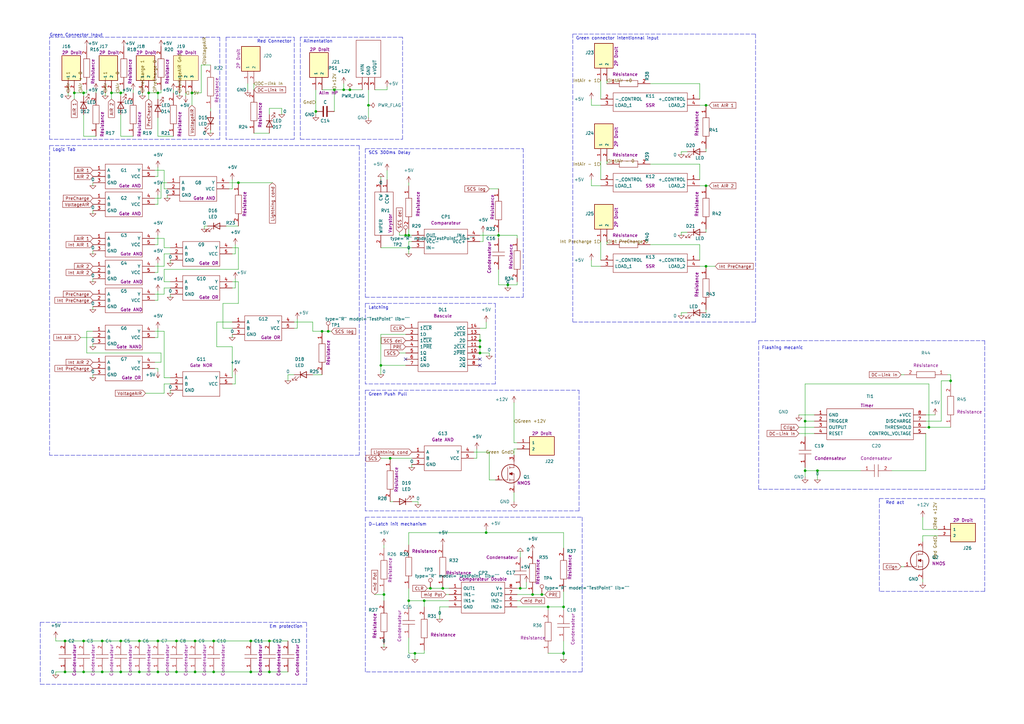
<source format=kicad_sch>
(kicad_sch (version 20211123) (generator eeschema)
  (paper "A3")
  (junction (at 49.53 275.59))
  (junction (at 87.63 275.59))
  (junction (at 335.28 193.04))
  (junction (at 134.62 135.89))
  (junction (at 166.37 96.52))
  (junction (at 167.64 246.38))
  (junction (at 289.56 109.22))
  (junction (at 87.63 262.89))
  (junction (at 80.01 275.59))
  (junction (at 41.91 262.89))
  (junction (at 218.44 243.84))
  (junction (at 102.87 262.89))
  (junction (at 137.16 36.83))
  (junction (at 57.15 275.59))
  (junction (at 208.28 116.84))
  (junction (at 160.02 187.96))
  (junction (at 45.72 38.1))
  (junction (at 34.29 262.89))
  (junction (at 381 175.26))
  (junction (at 289.56 76.2))
  (junction (at 167.64 96.52))
  (junction (at 30.48 38.1))
  (junction (at 199.39 218.44))
  (junction (at 110.49 275.59))
  (junction (at 72.39 275.59))
  (junction (at 140.97 36.83))
  (junction (at 64.77 38.1))
  (junction (at 289.56 43.18))
  (junction (at 26.67 262.89))
  (junction (at 110.49 262.89))
  (junction (at 97.79 74.93))
  (junction (at 129.54 45.72))
  (junction (at 231.14 267.97))
  (junction (at 196.85 142.24))
  (junction (at 224.79 248.92))
  (junction (at 156.21 149.86))
  (junction (at 57.15 262.89))
  (junction (at 26.67 275.59))
  (junction (at 151.13 43.18))
  (junction (at 196.85 139.7))
  (junction (at 170.18 267.97))
  (junction (at 49.53 38.1))
  (junction (at 143.51 36.83))
  (junction (at 41.91 275.59))
  (junction (at 78.74 38.1))
  (junction (at 196.85 144.78))
  (junction (at 231.14 248.92))
  (junction (at 173.99 246.38))
  (junction (at 213.36 241.3))
  (junction (at 330.2 172.72))
  (junction (at 64.77 275.59))
  (junction (at 389.89 156.21))
  (junction (at 102.87 275.59))
  (junction (at 80.01 262.89))
  (junction (at 222.25 243.84))
  (junction (at 204.47 96.52))
  (junction (at 176.53 241.3))
  (junction (at 72.39 262.89))
  (junction (at 157.48 243.84))
  (junction (at 64.77 262.89))
  (junction (at 60.96 38.1))
  (junction (at 34.29 275.59))
  (junction (at 132.08 135.89))
  (junction (at 49.53 262.89))
  (junction (at 181.61 241.3))
  (junction (at 330.2 193.04))
  (junction (at 34.29 38.1))
  (no_connect (at 196.85 147.32))
  (no_connect (at 196.85 149.86))
  (no_connect (at 166.37 147.32))
  (wire (pts (xy 63.5 81.28) (xy 66.04 81.28)))
  (wire (pts (xy 212.09 116.84) (xy 208.28 116.84)))
  (wire (pts (xy 38.1 114.3) (xy 38.1 115.57)))
  (wire (pts (xy 86.36 26.67) (xy 82.55 26.67)))
  (wire (pts (xy 87.63 275.59) (xy 102.87 275.59)))
  (wire (pts (xy 330.2 157.48) (xy 330.2 172.72)))
  (wire (pts (xy 182.88 243.84) (xy 184.15 243.84)))
  (wire (pts (xy 224.79 267.97) (xy 231.14 267.97)))
  (wire (pts (xy 223.52 243.84) (xy 222.25 243.84)))
  (wire (pts (xy 330.2 191.77) (xy 330.2 193.04)))
  (wire (pts (xy 173.99 246.38) (xy 173.99 248.92)))
  (wire (pts (xy 67.31 109.22) (xy 67.31 104.14)))
  (wire (pts (xy 58.42 38.1) (xy 58.42 39.37)))
  (wire (pts (xy 78.74 38.1) (xy 78.74 43.18)))
  (wire (pts (xy 88.9 132.08) (xy 88.9 142.24)))
  (wire (pts (xy 231.14 242.57) (xy 231.14 248.92)))
  (wire (pts (xy 168.91 99.06) (xy 167.64 99.06)))
  (wire (pts (xy 195.58 184.15) (xy 195.58 187.96)))
  (wire (pts (xy 97.79 101.6) (xy 97.79 110.49)))
  (wire (pts (xy 50.8 36.83) (xy 50.8 38.1)))
  (wire (pts (xy 80.01 275.59) (xy 87.63 275.59)))
  (wire (pts (xy 204.47 96.52) (xy 204.47 97.79)))
  (wire (pts (xy 76.2 38.1) (xy 76.2 39.37)))
  (wire (pts (xy 34.29 38.1) (xy 35.56 38.1)))
  (wire (pts (xy 95.25 101.6) (xy 97.79 101.6)))
  (wire (pts (xy 210.82 201.93) (xy 210.82 205.74)))
  (wire (pts (xy 330.2 172.72) (xy 330.2 179.07)))
  (wire (pts (xy 91.44 134.62) (xy 95.25 134.62)))
  (polyline (pts (xy 165.1 15.24) (xy 123.19 15.24)))
  (wire (pts (xy 102.87 262.89) (xy 110.49 262.89)))
  (wire (pts (xy 143.51 36.83) (xy 148.59 36.83)))
  (wire (pts (xy 128.27 153.67) (xy 132.08 153.67)))
  (wire (pts (xy 287.02 76.2) (xy 289.56 76.2)))
  (wire (pts (xy 97.79 124.46) (xy 91.44 124.46)))
  (wire (pts (xy 212.09 115.57) (xy 212.09 116.84)))
  (wire (pts (xy 82.55 38.1) (xy 78.74 38.1)))
  (polyline (pts (xy 123.19 57.15) (xy 165.1 57.15)))
  (polyline (pts (xy 149.86 160.02) (xy 237.49 160.02)))
  (wire (pts (xy 67.31 115.57) (xy 69.85 115.57)))
  (polyline (pts (xy 92.71 15.24) (xy 92.71 57.15)))
  (wire (pts (xy 67.31 118.11) (xy 67.31 120.65)))
  (wire (pts (xy 379.73 170.18) (xy 383.54 170.18)))
  (wire (pts (xy 196.85 99.06) (xy 198.12 99.06)))
  (wire (pts (xy 35.56 135.89) (xy 35.56 144.78)))
  (wire (pts (xy 132.08 36.83) (xy 137.16 36.83)))
  (wire (pts (xy 67.31 154.94) (xy 69.85 154.94)))
  (wire (pts (xy 166.37 96.52) (xy 167.64 96.52)))
  (polyline (pts (xy 149.86 124.46) (xy 203.2 124.46)))
  (wire (pts (xy 176.53 241.3) (xy 181.61 241.3)))
  (polyline (pts (xy 20.32 15.24) (xy 90.17 15.24)))
  (wire (pts (xy 212.09 248.92) (xy 224.79 248.92)))
  (wire (pts (xy 248.92 34.29) (xy 248.92 33.02)))
  (polyline (pts (xy 149.86 60.96) (xy 214.63 60.96)))
  (wire (pts (xy 34.29 275.59) (xy 26.67 275.59)))
  (wire (pts (xy 163.83 144.78) (xy 166.37 144.78)))
  (polyline (pts (xy 237.49 160.02) (xy 237.49 209.55)))
  (wire (pts (xy 95.25 154.94) (xy 95.25 142.24)))
  (wire (pts (xy 204.47 95.25) (xy 204.47 96.52)))
  (wire (pts (xy 67.31 101.6) (xy 69.85 101.6)))
  (wire (pts (xy 64.77 275.59) (xy 72.39 275.59)))
  (wire (pts (xy 26.67 275.59) (xy 22.86 275.59)))
  (wire (pts (xy 213.36 226.06) (xy 213.36 228.6)))
  (wire (pts (xy 218.44 243.84) (xy 212.09 243.84)))
  (polyline (pts (xy 120.65 15.24) (xy 120.65 57.15)))
  (wire (pts (xy 93.98 77.47) (xy 95.25 77.47)))
  (polyline (pts (xy 20.32 57.15) (xy 20.32 15.24)))
  (wire (pts (xy 27.94 38.1) (xy 27.94 39.37)))
  (wire (pts (xy 327.66 170.18) (xy 334.01 170.18)))
  (wire (pts (xy 213.36 246.38) (xy 212.09 246.38)))
  (wire (pts (xy 287.02 43.18) (xy 289.56 43.18)))
  (wire (pts (xy 54.61 55.88) (xy 49.53 55.88)))
  (wire (pts (xy 66.04 144.78) (xy 35.56 144.78)))
  (wire (pts (xy 370.84 153.67) (xy 369.57 153.67)))
  (wire (pts (xy 212.09 96.52) (xy 204.47 96.52)))
  (wire (pts (xy 128.27 132.08) (xy 128.27 135.89)))
  (wire (pts (xy 156.21 73.66) (xy 156.21 72.39)))
  (wire (pts (xy 248.92 100.33) (xy 248.92 99.06)))
  (wire (pts (xy 287.02 40.64) (xy 287.02 34.29)))
  (wire (pts (xy 231.14 262.89) (xy 231.14 267.97)))
  (wire (pts (xy 196.85 144.78) (xy 200.66 144.78)))
  (wire (pts (xy 379.73 175.26) (xy 381 175.26)))
  (wire (pts (xy 137.16 36.83) (xy 140.97 36.83)))
  (wire (pts (xy 378.46 237.49) (xy 378.46 238.76)))
  (wire (pts (xy 45.72 38.1) (xy 49.53 38.1)))
  (wire (pts (xy 266.7 100.33) (xy 287.02 100.33)))
  (wire (pts (xy 287.02 109.22) (xy 289.56 109.22)))
  (wire (pts (xy 170.18 267.97) (xy 173.99 267.97)))
  (wire (pts (xy 266.7 67.31) (xy 287.02 67.31)))
  (wire (pts (xy 110.49 46.99) (xy 110.49 44.45)))
  (wire (pts (xy 97.79 110.49) (xy 67.31 110.49)))
  (polyline (pts (xy 165.1 57.15) (xy 165.1 15.24)))
  (polyline (pts (xy 92.71 15.24) (xy 120.65 15.24)))
  (wire (pts (xy 242.57 73.66) (xy 242.57 76.2)))
  (wire (pts (xy 140.97 34.29) (xy 140.97 36.83)))
  (wire (pts (xy 34.29 46.99) (xy 34.29 55.88)))
  (wire (pts (xy 151.13 36.83) (xy 151.13 43.18)))
  (wire (pts (xy 330.2 172.72) (xy 334.01 172.72)))
  (wire (pts (xy 121.92 130.81) (xy 121.92 134.62)))
  (wire (pts (xy 72.39 262.89) (xy 80.01 262.89)))
  (wire (pts (xy 95.25 118.11) (xy 96.52 118.11)))
  (wire (pts (xy 30.48 38.1) (xy 30.48 40.64)))
  (wire (pts (xy 71.12 36.83) (xy 71.12 38.1)))
  (wire (pts (xy 67.31 104.14) (xy 69.85 104.14)))
  (wire (pts (xy 170.18 267.97) (xy 170.18 270.51)))
  (wire (pts (xy 224.79 248.92) (xy 231.14 248.92)))
  (wire (pts (xy 248.92 67.31) (xy 248.92 66.04)))
  (polyline (pts (xy 234.95 13.97) (xy 309.88 13.97)))
  (wire (pts (xy 64.77 55.88) (xy 64.77 48.26)))
  (wire (pts (xy 208.28 116.84) (xy 204.47 116.84)))
  (wire (pts (xy 381 175.26) (xy 389.89 175.26)))
  (wire (pts (xy 378.46 219.71) (xy 384.81 219.71)))
  (polyline (pts (xy 311.15 200.66) (xy 311.15 139.7)))
  (polyline (pts (xy 309.88 132.08) (xy 234.95 132.08)))
  (wire (pts (xy 69.85 160.02) (xy 69.85 161.29)))
  (wire (pts (xy 41.91 262.89) (xy 49.53 262.89)))
  (wire (pts (xy 167.64 93.98) (xy 167.64 96.52)))
  (wire (pts (xy 39.37 55.88) (xy 34.29 55.88)))
  (wire (pts (xy 210.82 165.1) (xy 210.82 181.61)))
  (wire (pts (xy 134.62 135.89) (xy 135.89 135.89)))
  (wire (pts (xy 379.73 193.04) (xy 365.76 193.04)))
  (wire (pts (xy 34.29 262.89) (xy 41.91 262.89)))
  (wire (pts (xy 128.27 135.89) (xy 132.08 135.89)))
  (polyline (pts (xy 16.51 255.27) (xy 125.73 255.27)))
  (wire (pts (xy 73.66 38.1) (xy 73.66 39.37)))
  (wire (pts (xy 160.02 205.74) (xy 161.29 205.74)))
  (wire (pts (xy 140.97 36.83) (xy 143.51 36.83)))
  (polyline (pts (xy 125.73 280.67) (xy 16.51 280.67)))
  (wire (pts (xy 63.5 151.13) (xy 64.77 151.13)))
  (wire (pts (xy 110.49 275.59) (xy 102.87 275.59)))
  (wire (pts (xy 156.21 149.86) (xy 156.21 153.67)))
  (polyline (pts (xy 147.32 186.69) (xy 20.32 186.69)))
  (polyline (pts (xy 403.86 200.66) (xy 311.15 200.66)))
  (wire (pts (xy 57.15 275.59) (xy 49.53 275.59)))
  (polyline (pts (xy 16.51 255.27) (xy 16.51 280.67)))
  (wire (pts (xy 88.9 132.08) (xy 95.25 132.08)))
  (wire (pts (xy 212.09 241.3) (xy 213.36 241.3)))
  (wire (pts (xy 246.38 99.06) (xy 246.38 106.68)))
  (wire (pts (xy 279.4 95.25) (xy 279.4 96.52)))
  (wire (pts (xy 289.56 109.22) (xy 293.37 109.22)))
  (wire (pts (xy 66.04 74.93) (xy 68.58 74.93)))
  (wire (pts (xy 129.54 46.99) (xy 129.54 45.72)))
  (wire (pts (xy 208.28 116.84) (xy 208.28 118.11)))
  (wire (pts (xy 67.31 157.48) (xy 67.31 161.29)))
  (wire (pts (xy 95.25 157.48) (xy 96.52 157.48)))
  (wire (pts (xy 378.46 219.71) (xy 378.46 222.25)))
  (polyline (pts (xy 123.19 15.24) (xy 123.19 57.15)))
  (wire (pts (xy 157.48 223.52) (xy 157.48 224.79)))
  (wire (pts (xy 64.77 80.01) (xy 64.77 83.82)))
  (polyline (pts (xy 403.86 204.47) (xy 403.86 242.57)))
  (wire (pts (xy 199.39 218.44) (xy 231.14 218.44)))
  (polyline (pts (xy 403.86 139.7) (xy 403.86 200.66)))
  (wire (pts (xy 66.04 74.93) (xy 66.04 81.28)))
  (wire (pts (xy 95.25 137.16) (xy 95.25 138.43)))
  (wire (pts (xy 246.38 76.2) (xy 242.57 76.2)))
  (wire (pts (xy 63.5 97.79) (xy 67.31 97.79)))
  (wire (pts (xy 35.56 135.89) (xy 38.1 135.89)))
  (wire (pts (xy 66.04 148.59) (xy 66.04 144.78)))
  (wire (pts (xy 63.5 100.33) (xy 64.77 100.33)))
  (wire (pts (xy 91.44 124.46) (xy 91.44 134.62)))
  (wire (pts (xy 157.48 242.57) (xy 157.48 243.84)))
  (wire (pts (xy 60.96 38.1) (xy 64.77 38.1)))
  (wire (pts (xy 194.31 187.96) (xy 195.58 187.96)))
  (wire (pts (xy 242.57 106.68) (xy 242.57 109.22)))
  (wire (pts (xy 64.77 119.38) (xy 64.77 123.19)))
  (wire (pts (xy 110.49 262.89) (xy 118.11 262.89)))
  (wire (pts (xy 132.08 135.89) (xy 134.62 135.89)))
  (wire (pts (xy 110.49 44.45) (xy 115.57 44.45)))
  (wire (pts (xy 38.1 86.36) (xy 38.1 87.63)))
  (wire (pts (xy 175.26 241.3) (xy 176.53 241.3)))
  (wire (pts (xy 87.63 262.89) (xy 102.87 262.89)))
  (polyline (pts (xy 203.2 124.46) (xy 203.2 157.48)))
  (wire (pts (xy 96.52 153.67) (xy 96.52 157.48)))
  (wire (pts (xy 60.96 38.1) (xy 60.96 40.64)))
  (wire (pts (xy 389.89 153.67) (xy 389.89 156.21)))
  (wire (pts (xy 34.29 38.1) (xy 34.29 39.37)))
  (wire (pts (xy 96.52 100.33) (xy 96.52 104.14)))
  (wire (pts (xy 63.5 83.82) (xy 64.77 83.82)))
  (polyline (pts (xy 149.86 212.09) (xy 238.76 212.09)))
  (wire (pts (xy 63.5 120.65) (xy 67.31 120.65)))
  (wire (pts (xy 212.09 181.61) (xy 210.82 181.61)))
  (wire (pts (xy 167.64 218.44) (xy 199.39 218.44)))
  (wire (pts (xy 224.79 248.92) (xy 224.79 250.19)))
  (polyline (pts (xy 234.95 13.97) (xy 234.95 132.08)))
  (wire (pts (xy 384.81 217.17) (xy 378.46 217.17)))
  (wire (pts (xy 63.5 148.59) (xy 66.04 148.59)))
  (wire (pts (xy 67.31 135.89) (xy 67.31 154.94)))
  (wire (pts (xy 104.14 34.29) (xy 104.14 36.83)))
  (wire (pts (xy 167.64 267.97) (xy 170.18 267.97)))
  (wire (pts (xy 67.31 69.85) (xy 67.31 77.47)))
  (wire (pts (xy 379.73 177.8) (xy 379.73 193.04)))
  (polyline (pts (xy 238.76 275.59) (xy 149.86 275.59)))
  (wire (pts (xy 38.1 153.67) (xy 38.1 154.94)))
  (wire (pts (xy 35.56 36.83) (xy 35.56 38.1)))
  (wire (pts (xy 196.85 142.24) (xy 196.85 144.78)))
  (wire (pts (xy 120.65 134.62) (xy 121.92 134.62)))
  (wire (pts (xy 246.38 66.04) (xy 246.38 73.66)))
  (wire (pts (xy 64.77 152.4) (xy 64.77 151.13)))
  (wire (pts (xy 59.69 161.29) (xy 67.31 161.29)))
  (polyline (pts (xy 149.86 160.02) (xy 149.86 209.55)))
  (wire (pts (xy 85.09 92.71) (xy 83.82 92.71)))
  (wire (pts (xy 289.56 76.2) (xy 290.83 76.2)))
  (wire (pts (xy 49.53 275.59) (xy 41.91 275.59)))
  (polyline (pts (xy 149.86 60.96) (xy 149.86 121.92)))
  (wire (pts (xy 287.02 73.66) (xy 287.02 67.31)))
  (wire (pts (xy 67.31 97.79) (xy 67.31 101.6)))
  (wire (pts (xy 64.77 134.62) (xy 64.77 138.43)))
  (wire (pts (xy 137.16 36.83) (xy 137.16 45.72)))
  (polyline (pts (xy 149.86 275.59) (xy 149.86 212.09)))
  (wire (pts (xy 64.77 96.52) (xy 64.77 100.33)))
  (wire (pts (xy 43.18 38.1) (xy 43.18 39.37)))
  (wire (pts (xy 289.56 127) (xy 289.56 128.27)))
  (wire (pts (xy 204.47 110.49) (xy 204.47 116.84)))
  (wire (pts (xy 389.89 153.67) (xy 388.62 153.67)))
  (polyline (pts (xy 311.15 139.7) (xy 403.86 139.7)))
  (wire (pts (xy 198.12 95.25) (xy 198.12 99.06)))
  (wire (pts (xy 171.45 205.74) (xy 171.45 207.01)))
  (wire (pts (xy 63.5 111.76) (xy 64.77 111.76)))
  (polyline (pts (xy 149.86 121.92) (xy 214.63 121.92)))
  (wire (pts (xy 196.85 139.7) (xy 196.85 142.24)))
  (wire (pts (xy 95.25 142.24) (xy 88.9 142.24)))
  (wire (pts (xy 386.08 156.21) (xy 386.08 172.72)))
  (wire (pts (xy 38.1 125.73) (xy 38.1 127)))
  (wire (pts (xy 49.53 38.1) (xy 49.53 39.37)))
  (wire (pts (xy 22.86 261.62) (xy 22.86 262.89)))
  (wire (pts (xy 54.61 36.83) (xy 54.61 38.1)))
  (wire (pts (xy 287.02 106.68) (xy 287.02 100.33)))
  (wire (pts (xy 97.79 115.57) (xy 97.79 124.46)))
  (wire (pts (xy 82.55 26.67) (xy 82.55 38.1)))
  (wire (pts (xy 101.6 34.29) (xy 101.6 36.83)))
  (wire (pts (xy 26.67 262.89) (xy 34.29 262.89)))
  (wire (pts (xy 104.14 54.61) (xy 110.49 54.61)))
  (wire (pts (xy 163.83 96.52) (xy 163.83 95.25)))
  (wire (pts (xy 38.1 102.87) (xy 38.1 104.14)))
  (wire (pts (xy 80.01 262.89) (xy 87.63 262.89)))
  (wire (pts (xy 68.58 80.01) (xy 68.58 81.28)))
  (polyline (pts (xy 149.86 124.46) (xy 149.86 157.48)))
  (wire (pts (xy 330.2 193.04) (xy 335.28 193.04)))
  (polyline (pts (xy 237.49 209.55) (xy 149.86 209.55)))
  (polyline (pts (xy 90.17 15.24) (xy 90.17 57.15)))
  (wire (pts (xy 381 175.26) (xy 381 157.48)))
  (wire (pts (xy 379.73 172.72) (xy 386.08 172.72)))
  (polyline (pts (xy 309.88 13.97) (xy 309.88 132.08)))
  (wire (pts (xy 86.36 44.45) (xy 86.36 45.72)))
  (wire (pts (xy 156.21 149.86) (xy 166.37 149.86)))
  (wire (pts (xy 115.57 44.45) (xy 115.57 46.99)))
  (wire (pts (xy 69.85 118.11) (xy 67.31 118.11)))
  (wire (pts (xy 194.31 185.42) (xy 200.66 185.42)))
  (polyline (pts (xy 238.76 212.09) (xy 238.76 275.59)))
  (wire (pts (xy 95.25 115.57) (xy 97.79 115.57)))
  (wire (pts (xy 64.77 68.58) (xy 64.77 72.39)))
  (wire (pts (xy 266.7 34.29) (xy 287.02 34.29)))
  (wire (pts (xy 231.14 218.44) (xy 231.14 224.79)))
  (polyline (pts (xy 120.65 57.15) (xy 92.71 57.15)))
  (wire (pts (xy 118.11 275.59) (xy 110.49 275.59)))
  (wire (pts (xy 49.53 55.88) (xy 49.53 46.99)))
  (wire (pts (xy 41.91 275.59) (xy 34.29 275.59)))
  (wire (pts (xy 151.13 43.18) (xy 151.13 48.26)))
  (wire (pts (xy 158.75 69.85) (xy 158.75 73.66)))
  (wire (pts (xy 213.36 241.3) (xy 215.9 241.3)))
  (wire (pts (xy 66.04 36.83) (xy 66.04 38.1)))
  (wire (pts (xy 180.34 248.92) (xy 184.15 248.92)))
  (wire (pts (xy 231.14 267.97) (xy 231.14 270.51)))
  (wire (pts (xy 215.9 241.3) (xy 215.9 238.76)))
  (wire (pts (xy 30.48 38.1) (xy 34.29 38.1)))
  (wire (pts (xy 67.31 77.47) (xy 68.58 77.47)))
  (wire (pts (xy 196.85 96.52) (xy 204.47 96.52)))
  (wire (pts (xy 199.39 217.17) (xy 199.39 218.44)))
  (wire (pts (xy 242.57 40.64) (xy 242.57 43.18)))
  (wire (pts (xy 327.66 177.8) (xy 334.01 177.8)))
  (wire (pts (xy 200.66 185.42) (xy 200.66 196.85)))
  (polyline (pts (xy 147.32 59.69) (xy 147.32 186.69)))
  (wire (pts (xy 246.38 33.02) (xy 246.38 40.64)))
  (wire (pts (xy 330.2 193.04) (xy 330.2 195.58)))
  (wire (pts (xy 63.5 109.22) (xy 67.31 109.22)))
  (wire (pts (xy 281.94 128.27) (xy 279.4 128.27)))
  (wire (pts (xy 167.64 241.3) (xy 167.64 246.38)))
  (wire (pts (xy 222.25 243.84) (xy 218.44 243.84)))
  (wire (pts (xy 95.25 73.66) (xy 95.25 77.47)))
  (wire (pts (xy 279.4 62.23) (xy 279.4 63.5)))
  (wire (pts (xy 327.66 175.26) (xy 334.01 175.26)))
  (wire (pts (xy 63.5 138.43) (xy 64.77 138.43)))
  (wire (pts (xy 83.82 92.71) (xy 83.82 93.98)))
  (wire (pts (xy 120.65 132.08) (xy 128.27 132.08)))
  (wire (pts (xy 95.25 104.14) (xy 96.52 104.14)))
  (polyline (pts (xy 203.2 157.48) (xy 149.86 157.48)))
  (wire (pts (xy 167.64 218.44) (xy 167.64 223.52)))
  (wire (pts (xy 160.02 187.96) (xy 168.91 187.96)))
  (wire (pts (xy 246.38 109.22) (xy 242.57 109.22)))
  (wire (pts (xy 156.21 187.96) (xy 160.02 187.96)))
  (wire (pts (xy 120.65 153.67) (xy 118.11 153.67)))
  (wire (pts (xy 168.91 205.74) (xy 171.45 205.74)))
  (wire (pts (xy 158.75 35.56) (xy 158.75 36.83)))
  (wire (pts (xy 39.37 36.83) (xy 39.37 38.1)))
  (wire (pts (xy 64.77 38.1) (xy 64.77 40.64)))
  (wire (pts (xy 64.77 38.1) (xy 66.04 38.1)))
  (wire (pts (xy 156.21 101.6) (xy 168.91 101.6)))
  (wire (pts (xy 167.64 96.52) (xy 168.91 96.52)))
  (wire (pts (xy 167.64 99.06) (xy 167.64 104.14)))
  (wire (pts (xy 181.61 241.3) (xy 184.15 241.3)))
  (wire (pts (xy 200.66 146.05) (xy 200.66 144.78)))
  (wire (pts (xy 210.82 184.15) (xy 212.09 184.15)))
  (polyline (pts (xy 20.32 59.69) (xy 147.32 59.69)))
  (wire (pts (xy 156.21 137.16) (xy 156.21 149.86)))
  (wire (pts (xy 69.85 120.65) (xy 69.85 121.92)))
  (wire (pts (xy 167.64 246.38) (xy 173.99 246.38)))
  (wire (pts (xy 389.89 156.21) (xy 386.08 156.21)))
  (wire (pts (xy 38.1 74.93) (xy 38.1 76.2)))
  (wire (pts (xy 180.34 254) (xy 180.34 248.92)))
  (wire (pts (xy 369.57 232.41) (xy 370.84 232.41)))
  (wire (pts (xy 64.77 262.89) (xy 72.39 262.89)))
  (wire (pts (xy 129.54 36.83) (xy 129.54 45.72)))
  (wire (pts (xy 157.48 243.84) (xy 153.67 243.84)))
  (wire (pts (xy 153.67 36.83) (xy 158.75 36.83)))
  (wire (pts (xy 173.99 246.38) (xy 184.15 246.38)))
  (wire (pts (xy 33.02 138.43) (xy 38.1 138.43)))
  (wire (pts (xy 157.48 243.84) (xy 157.48 246.38)))
  (wire (pts (xy 92.71 92.71) (xy 97.79 92.71)))
  (wire (pts (xy 289.56 93.98) (xy 289.56 95.25)))
  (wire (pts (xy 378.46 212.09) (xy 378.46 217.17)))
  (wire (pts (xy 173.99 266.7) (xy 173.99 267.97)))
  (wire (pts (xy 196.85 134.62) (xy 199.39 134.62)))
  (wire (pts (xy 389.89 156.21) (xy 389.89 157.48)))
  (wire (pts (xy 196.85 137.16) (xy 196.85 139.7)))
  (wire (pts (xy 167.64 74.93) (xy 167.64 76.2)))
  (wire (pts (xy 93.98 74.93) (xy 97.79 74.93)))
  (wire (pts (xy 57.15 262.89) (xy 64.77 262.89)))
  (wire (pts (xy 64.77 107.95) (xy 64.77 111.76)))
  (wire (pts (xy 64.77 275.59) (xy 57.15 275.59)))
  (wire (pts (xy 96.52 114.3) (xy 96.52 118.11)))
  (wire (pts (xy 72.39 275.59) (xy 80.01 275.59)))
  (wire (pts (xy 335.28 193.04) (xy 353.06 193.04)))
  (wire (pts (xy 71.12 55.88) (xy 64.77 55.88)))
  (wire (pts (xy 49.53 38.1) (xy 50.8 38.1)))
  (polyline (pts (xy 403.86 242.57) (xy 360.68 242.57)))
  (wire (pts (xy 63.5 123.19) (xy 64.77 123.19)))
  (wire (pts (xy 210.82 184.15) (xy 210.82 186.69)))
  (polyline (pts (xy 360.68 204.47) (xy 403.86 204.47)))
  (polyline (pts (xy 360.68 242.57) (xy 360.68 204.47)))
  (wire (pts (xy 167.64 261.62) (xy 167.64 267.97)))
  (wire (pts (xy 63.5 69.85) (xy 67.31 69.85)))
  (wire (pts (xy 63.5 72.39) (xy 64.77 72.39)))
  (wire (pts (xy 22.86 275.59) (xy 22.86 276.86)))
  (wire (pts (xy 330.2 157.48) (xy 381 157.48)))
  (polyline (pts (xy 214.63 121.92) (xy 214.63 60.96)))
  (wire (pts (xy 289.56 43.18) (xy 290.83 43.18)))
  (polyline (pts (xy 20.32 59.69) (xy 20.32 186.69)))
  (wire (pts (xy 212.09 97.79) (xy 212.09 96.52)))
  (wire (pts (xy 167.64 246.38) (xy 167.64 248.92)))
  (wire (pts (xy 69.85 106.68) (xy 69.85 107.95)))
  (wire (pts (xy 38.1 140.97) (xy 38.1 142.24)))
  (wire (pts (xy 63.5 135.89) (xy 67.31 135.89)))
  (wire (pts (xy 281.94 95.25) (xy 279.4 95.25)))
  (wire (pts (xy 200.66 196.85) (xy 203.2 196.85)))
  (wire (pts (xy 157.48 264.16) (xy 157.48 265.43)))
  (wire (pts (xy 279.4 128.27) (xy 279.4 129.54)))
  (wire (pts (xy 335.28 193.04) (xy 335.28 196.85)))
  (wire (pts (xy 97.79 74.93) (xy 111.76 74.93)))
  (wire (pts (xy 118.11 153.67) (xy 118.11 156.21)))
  (wire (pts (xy 166.37 137.16) (xy 156.21 137.16)))
  (wire (pts (xy 168.91 190.5) (xy 168.91 191.77)))
  (wire (pts (xy 22.86 262.89) (xy 26.67 262.89)))
  (wire (pts (xy 231.14 248.92) (xy 231.14 250.19)))
  (polyline (pts (xy 125.73 255.27) (xy 125.73 280.67)))
  (wire (pts (xy 69.85 157.48) (xy 67.31 157.48)))
  (wire (pts (xy 281.94 62.23) (xy 279.4 62.23)))
  (wire (pts (xy 289.56 60.96) (xy 289.56 62.23)))
  (wire (pts (xy 163.83 96.52) (xy 166.37 96.52)))
  (wire (pts (xy 45.72 38.1) (xy 45.72 40.64)))
  (wire (pts (xy 200.66 77.47) (xy 204.47 77.47)))
  (polyline (pts (xy 90.17 57.15) (xy 20.32 57.15)))
  (wire (pts (xy 199.39 132.08) (xy 199.39 134.62)))
  (wire (pts (xy 86.36 53.34) (xy 86.36 54.61)))
  (wire (pts (xy 67.31 110.49) (xy 67.31 115.57)))
  (wire (pts (xy 49.53 262.89) (xy 57.15 262.89)))
  (wire (pts (xy 246.38 43.18) (xy 242.57 43.18)))
  (text "Green Push Pull\n" (at 151.13 162.56 0) (effects (font (size 1.27 1.27)) (justify left bottom)))
  (text "Red Connector\n" (at 105.41 17.78 0) (effects (font (size 1.27 1.27)) (justify left bottom)))
  (text "Flashing mecanic\n" (at 312.42 143.51 0) (effects (font (size 1.27 1.27)) (justify left bottom)))
  (text "Green Connector Input" (at 20.32 15.24 0) (effects (font (size 1.27 1.27)) (justify left bottom)))
  (text "Latching" (at 151.13 127 0) (effects (font (size 1.27 1.27)) (justify left bottom)))
  (text "Em protection" (at 110.49 257.81 0) (effects (font (size 1.27 1.27)) (justify left bottom)))
  (text "Green connector intentionnal input" (at 236.22 16.51 0) (effects (font (size 1.27 1.27)) (justify left bottom)))
  (text "Alimentation\n" (at 124.46 17.78 0) (effects (font (size 1.27 1.27)) (justify left bottom)))
  (text "Red act" (at 363.22 207.01 0) (effects (font (size 1.27 1.27)) (justify left bottom)))
  (text "Logic Tab" (at 21.59 62.23 0) (effects (font (size 1.27 1.27)) (justify left bottom)))
  (text "SCS 300ms Delay\n" (at 151.13 63.5 0) (effects (font (size 1.27 1.27)) (justify left bottom)))
  (text "D-Latch init mechanism" (at 151.13 215.9 0) (effects (font (size 1.27 1.27)) (justify left bottom)))
  (global_label "Int AIR 2" (shape input) (at 38.1 148.59 180) (property "Intersheet References" "${INTERSHEET_REFS}" (effects hide)))
  (global_label "mid Pot" (shape input) (at 153.67 243.84 90) (property "Intersheet References" "${INTERSHEET_REFS}" (effects hide)))
  (global_label "SCS del" (shape input) (at 163.83 95.25 90) (property "Intersheet References" "${INTERSHEET_REFS}" (effects hide)))
  (global_label "Int PreCharge" (shape input) (at 293.37 109.22 0) (property "Intersheet References" "${INTERSHEET_REFS}" (effects hide)))
  (global_label "mid Pot" (shape input) (at 182.88 243.84 180) (property "Intersheet References" "${INTERSHEET_REFS}" (effects hide)))
  (global_label "VoltageAIR" (shape input) (at 38.1 83.82 180) (property "Intersheet References" "${INTERSHEET_REFS}" (effects hide)))
  (global_label "AIR 1" (shape input) (at 38.1 69.85 180) (property "Intersheet References" "${INTERSHEET_REFS}" (effects hide)))
  (global_label "Clign" (shape input) (at 327.66 175.26 180) (property "Intersheet References" "${INTERSHEET_REFS}" (effects hide)))
  (global_label "CLR" (shape input) (at 166.37 134.62 180) (property "Intersheet References" "${INTERSHEET_REFS}" (effects hide)))
  (global_label "SCS" (shape input) (at 163.83 144.78 180) (property "Intersheet References" "${INTERSHEET_REFS}" (effects hide)))
  (global_label "Int PreCharge" (shape input) (at 38.1 123.19 180) (property "Intersheet References" "${INTERSHEET_REFS}" (effects hide)))
  (global_label "mid Pot" (shape input) (at 213.36 246.38 0) (property "Intersheet References" "${INTERSHEET_REFS}" (effects hide)))
  (global_label "Lightning cond" (shape input) (at 111.76 74.93 270) (property "Intersheet References" "${INTERSHEET_REFS}" (effects hide)))
  (global_label "DC-Link In" (shape input) (at 327.66 177.8 180) (property "Intersheet References" "${INTERSHEET_REFS}" (effects hide)))
  (global_label "SCS" (shape input) (at 156.21 187.96 180) (property "Intersheet References" "${INTERSHEET_REFS}" (effects hide)))
  (global_label "AIR 1" (shape input) (at 38.1 97.79 180) (property "Intersheet References" "${INTERSHEET_REFS}" (effects hide)))
  (global_label "Clign" (shape input) (at 369.57 232.41 180) (property "Intersheet References" "${INTERSHEET_REFS}" (effects hide)))
  (global_label "DC-Link In" (shape input) (at 369.57 153.67 180) (property "Intersheet References" "${INTERSHEET_REFS}" (effects hide)))
  (global_label "AIR 2" (shape input) (at 38.1 109.22 180) (property "Intersheet References" "${INTERSHEET_REFS}" (effects hide)))
  (global_label "AIR 1" (shape input) (at 30.48 40.64 270) (property "Intersheet References" "${INTERSHEET_REFS}" (effects hide)))
  (global_label "PreCharge" (shape input) (at 38.1 81.28 180) (property "Intersheet References" "${INTERSHEET_REFS}" (effects hide)))
  (global_label "PreCharge" (shape input) (at 60.96 40.64 270) (property "Intersheet References" "${INTERSHEET_REFS}" (effects hide)))
  (global_label "SCS log" (shape input) (at 200.66 77.47 180) (property "Intersheet References" "${INTERSHEET_REFS}" (effects hide)))
  (global_label "Int AIR 2" (shape input) (at 290.83 76.2 0) (property "Intersheet References" "${INTERSHEET_REFS}" (effects hide)))
  (global_label "CLR" (shape input) (at 175.26 241.3 180) (property "Intersheet References" "${INTERSHEET_REFS}" (effects hide)))
  (global_label "Int AIR 1" (shape input) (at 38.1 100.33 180) (property "Intersheet References" "${INTERSHEET_REFS}" (effects hide)))
  (global_label "PreCharge" (shape input) (at 38.1 120.65 180) (property "Intersheet References" "${INTERSHEET_REFS}" (effects hide)))
  (global_label "AIR 2" (shape input) (at 45.72 40.64 270) (property "Intersheet References" "${INTERSHEET_REFS}" (effects hide)))
  (global_label "Lightning cond" (shape input) (at 168.91 185.42 180) (property "Intersheet References" "${INTERSHEET_REFS}" (effects hide)))
  (global_label "PRE" (shape input) (at 166.37 142.24 180) (property "Intersheet References" "${INTERSHEET_REFS}" (effects hide)))
  (global_label "Int AIR 2" (shape input) (at 38.1 111.76 180) (property "Intersheet References" "${INTERSHEET_REFS}" (effects hide)))
  (global_label "SCS log" (shape input) (at 135.89 135.89 0) (property "Intersheet References" "${INTERSHEET_REFS}" (effects hide)))
  (global_label "DC-Link In" (shape input) (at 104.14 36.83 0) (property "Intersheet References" "${INTERSHEET_REFS}" (effects hide)))
  (global_label "AIR 2" (shape input) (at 38.1 72.39 180) (property "Intersheet References" "${INTERSHEET_REFS}" (effects hide)))
  (global_label "SCS del" (shape input) (at 166.37 139.7 180) (property "Intersheet References" "${INTERSHEET_REFS}" (effects hide)))
  (global_label "VoltageAIR" (shape input) (at 59.69 161.29 180) (property "Intersheet References" "${INTERSHEET_REFS}" (effects hide)))
  (global_label "Int PreCharge" (shape input) (at 38.1 151.13 180) (property "Intersheet References" "${INTERSHEET_REFS}" (effects hide)))
  (global_label "VoltageAIR" (shape input) (at 78.74 43.18 270) (property "Intersheet References" "${INTERSHEET_REFS}" (effects hide)))
  (global_label "Int AIR 1" (shape input) (at 33.02 138.43 180) (property "Intersheet References" "${INTERSHEET_REFS}" (effects hide)))
  (global_label "PRE" (shape input) (at 223.52 243.84 0) (property "Intersheet References" "${INTERSHEET_REFS}" (effects hide)))
  (global_label "Int AIR 1" (shape input) (at 290.83 43.18 0) (property "Intersheet References" "${INTERSHEET_REFS}" (effects hide)))
  (hierarchical_label "Green +12V" (shape input) (at 210.82 172.72 0))
  (hierarchical_label "Air + 0" (shape input) (at 33.02 38.1 90))
  (hierarchical_label "Gnd" (shape input) (at 129.54 41.91 180))
  (hierarchical_label "Int Precharge 1" (shape input) (at 246.38 99.06 180))
  (hierarchical_label "Air - 1" (shape input) (at 43.18 38.1 90))
  (hierarchical_label "Green Gnd" (shape input) (at 210.82 185.42 180))
  (hierarchical_label "IntAir +0" (shape input) (at 248.92 33.02 0))
  (hierarchical_label "+12V" (shape input) (at 137.16 36.83 90))
  (hierarchical_label "Red Gnd" (shape input) (at 383.54 219.71 270))
  (hierarchical_label "Air - 0" (shape input) (at 48.26 38.1 90))
  (hierarchical_label "Red +12V" (shape input) (at 383.54 217.17 90))
  (hierarchical_label "VoltageAIR" (shape input) (at 83.82 26.67 90))
  (hierarchical_label "PreCharge 1" (shape input) (at 58.42 38.1 90))
  (hierarchical_label "IntAir - 1" (shape input) (at 246.38 67.31 180))
  (hierarchical_label "VoltageAIR Gnd" (shape input) (at 73.66 38.1 90))
  (hierarchical_label "Air + 1" (shape input) (at 27.94 38.1 90))
  (hierarchical_label "Int PreCharge 0" (shape input) (at 248.92 99.06 0))
  (hierarchical_label "IntAir + 1" (shape input) (at 246.38 33.02 180))
  (hierarchical_label "DC-link In" (shape input) (at 104.14 34.29 0))
  (hierarchical_label "IntAir - 0" (shape input) (at 248.92 66.04 0))
  (hierarchical_label "PreCharge 0" (shape input) (at 63.5 38.1 90))
  (hierarchical_label "+5V" (shape input) (at 76.2 38.1 0))
  (symbol (lib_id "EPSA_lib:LED") (at 88.9 92.71 0) (unit 1)
    (property "Reference" "D16" (at 87.3125 86.36 0))
    (property "Value" "LED" (at 87.3125 88.9 0))
    (property "Footprint" "LED_THT:LED_D5.0mm" (effects hide))
    (property "Spice_Primitive" "D" (effects hide))
    (property "Spice_Model" "LED" (effects hide))
    (property "Spice_Netlist_Enabled" "N" (effects hide))
  )
  (symbol (lib_id "power:+5V") (at 95.25 73.66 0) (unit 1)
    (property "Reference" "#PWR042" (effects hide))
    (property "Value" "+5V" (at 95.25 68.58 0))
  )
  (symbol (lib_id "pspice:0") (at 83.82 93.98 0) (unit 1)
    (property "Reference" "#GND017" (effects hide))
    (property "Value" "0" (at 83.82 91.44 0))
  )
  (symbol (lib_id "EPSA_lib:SSR CPC1394GR") (at 287.02 43.18 180) (unit 1)
    (property "Reference" "K11" (at 266.7 39.37 0))
    (property "Value" "SSR CPC1394GR" (effects hide))
    (property "Footprint" "EPSA_lib:CPC1394GR" (effects hide))
    (property "Datasheet" "https://componentsearchengine.com/Datasheets/1/CPC1394GR.pdf" (effects hide))
    (property "Description" "SPST-NO Solid State Relay Solder 120 mA rms/mA dc Surface Mount, DC MOSFET" (effects hide))
    (property "Height" "3.556" (effects hide))
    (property "Manufacturer_Name" "LITTELFUSE" (effects hide))
    (property "Manufacturer_Part_Number" "CPC1394GR" (effects hide))
    (property "Mouser Part Number" "849-CPC1394GR" (effects hide))
    (property "Mouser Price/Stock" "https://www.mouser.co.uk/ProductDetail/IXYS-Integrated-Circuits/CPC1394GR?qs=8uBHJDVwVqyTG8bzDwZMmA%3D%3D" (effects hide))
    (property "Spice_Primitive" "X" (effects hide))
    (property "Spice_Model" "SWITCH" (effects hide))
    (property "Spice_Netlist_Enabled" "Y" (effects hide))
    (property "Spice_Lib_File" "${EPSA}\\SpiceModel\\SSR.lib" (effects hide))
    (property "Render Name" "SSR" (at 266.7 43.18 0))
  )
  (symbol (lib_id "power:+5V") (at 76.2 39.37 180) (unit 1)
    (property "Reference" "#PWR041" (effects hide))
    (property "Value" "+5V" (at 73.66 43.18 0) (effects (justify right)))
  )
  (symbol (lib_id "power:+5V") (at 64.77 107.95 0) (unit 1)
    (property "Reference" "#PWR035" (effects hide))
    (property "Value" "+5V" (at 64.77 102.87 0))
  )
  (symbol (lib_id "power:+5V") (at 199.39 217.17 0) (unit 1)
    (property "Reference" "#PWR059" (effects hide))
    (property "Value" "+5V" (at 203.2 214.63 0))
  )
  (symbol (lib_id "power:GND") (at 101.6 36.83 0) (unit 1)
    (property "Reference" "#PWR046" (effects hide))
    (property "Value" "GND" (at 99.06 36.83 0))
  )
  (symbol (lib_id "pspice:0") (at 22.86 276.86 0) (unit 1)
    (property "Reference" "#GND01" (effects hide))
    (property "Value" "0" (at 21.59 275.59 0))
  )
  (symbol (lib_id "EPSA_lib:Condensateur 0805Y1000104JXT") (at 72.39 275.59 90) (unit 1)
    (property "Reference" "C8" (at 73.66 262.89 90) (effects (justify right)))
    (property "Value" "Condensateur 0805Y1000104JXT" (effects hide))
    (property "Footprint" "EPSA_lib:CAPC2012X130N" (effects hide))
    (property "Datasheet" "http://docs-europe.electrocomponents.com/webdocs/119d/0900766b8119d7bc.pdf" (effects hide))
    (property "Description" "Syfer 0805 Ceramic Chip Capacitors" (effects hide))
    (property "Height" "1.3" (effects hide))
    (property "Manufacturer_Name" "Syfer" (effects hide))
    (property "Manufacturer_Part_Number" "0805Y1000104JXT" (effects hide))
    (property "Arrow Part Number" "0805Y1000104JXT" (effects hide))
    (property "Arrow Price/Stock" "https://www.arrow.com/en/products/0805y1000104jxt/syfer-technology?region=europe" (effects hide))
    (property "Spice_Primitive" "C" (effects hide))
    (property "Spice_Model" "10n" (at 73.66 278.13 90) (effects (justify right)))
    (property "Spice_Netlist_Enabled" "Y" (effects hide))
    (property "Render Name" "Condensateur" (at 76.2 264.16 0) (effects (justify right)))
  )
  (symbol (lib_id "power:+5V") (at 199.39 132.08 0) (unit 1)
    (property "Reference" "#PWR058" (effects hide))
    (property "Value" "+5V" (at 199.39 127 0))
  )
  (symbol (lib_id "power:+5V") (at 64.77 80.01 0) (unit 1)
    (property "Reference" "#PWR033" (effects hide))
    (property "Value" "+5V" (at 64.77 74.93 0))
  )
  (symbol (lib_id "EPSA_lib:2P Droit 2-11-2022") (at 222.25 181.61 0) (unit 1)
    (property "Reference" "J22" (at 223.52 189.23 0) (effects (justify left)))
    (property "Value" "2P Droit 2-11-2022" (effects hide))
    (property "Footprint" "EPSA_lib:MOLEX_22-11-2022" (effects hide))
    (property "MAXIMUM_PACKAGE_HEIGHT" "10.66mm" (effects hide))
    (property "PARTREV" "BD8" (effects hide))
    (property "STANDARD" "Manufacturer Recommendations" (effects hide))
    (property "MANUFACTURER" "Molex" (effects hide))
    (property "Spice_Primitive" "J" (effects hide))
    (property "Spice_Model" "22-11-2022" (effects hide))
    (property "Spice_Netlist_Enabled" "N" (effects hide))
    (property "Render Name" "2P Droit" (at 222.25 177.8 0))
  )
  (symbol (lib_id "EPSA_lib:TestPoint") (at 134.62 135.89 0) (unit 1)
    (property "Reference" "TP1" (at 135.89 133.35 0) (effects (justify left)))
    (property "Value" "TestPoint" (at 133.35 130.81 0) (effects (justify left)))
    (property "Footprint" "TestPoint:TestPoint_Pad_D2.0mm" (effects hide))
    (property "Spice_Primitive" "R" (effects hide))
    (property "Spice_Netlist_Enabled" "N" (effects hide))
  )
  (symbol (lib_id "power:+12V") (at 140.97 34.29 0) (unit 1)
    (property "Reference" "#PWR049" (effects hide))
    (property "Value" "+12V" (at 140.97 29.21 0))
  )
  (symbol (lib_id "power:+5V") (at 71.12 36.83 0) (unit 1)
    (property "Reference" "#PWR040" (effects hide))
    (property "Value" "+5V" (at 68.58 36.83 0))
  )
  (symbol (lib_id "EPSA_lib:LED") (at 285.75 128.27 0) (unit 1)
    (property "Reference" "D22" (at 289.56 129.54 0))
    (property "Value" "LED" (at 284.48 125.73 0))
    (property "Footprint" "LED_THT:LED_D5.0mm" (effects hide))
    (property "Spice_Primitive" "D" (effects hide))
    (property "Spice_Model" "LED" (effects hide))
    (property "Spice_Netlist_Enabled" "N" (effects hide))
  )
  (symbol (lib_id "power:GND") (at 151.13 48.26 0) (unit 1)
    (property "Reference" "#PWR050" (effects hide))
    (property "Value" "GND" (at 148.59 48.26 0))
  )
  (symbol (lib_id "pspice:0") (at 118.11 156.21 0) (unit 1)
    (property "Reference" "#GND021" (effects hide))
    (property "Value" "0" (at 118.11 152.4 0))
  )
  (symbol (lib_id "EPSA_lib:2P Droit 2-11-2022") (at 394.97 217.17 0) (unit 1)
    (property "Reference" "J26" (at 394.97 224.79 0) (effects (justify left)))
    (property "Value" "2P Droit 2-11-2022" (effects hide))
    (property "Footprint" "EPSA_lib:MOLEX_22-11-2022" (effects hide))
    (property "MAXIMUM_PACKAGE_HEIGHT" "10.66mm" (effects hide))
    (property "PARTREV" "BD8" (effects hide))
    (property "STANDARD" "Manufacturer Recommendations" (effects hide))
    (property "MANUFACTURER" "Molex" (effects hide))
    (property "Spice_Primitive" "J" (effects hide))
    (property "Spice_Model" "22-11-2022" (effects hide))
    (property "Spice_Netlist_Enabled" "N" (effects hide))
    (property "Render Name" "2P Droit" (at 394.97 213.36 0))
  )
  (symbol (lib_id "power:+5V") (at 54.61 36.83 0) (unit 1)
    (property "Reference" "#PWR031" (effects hide))
    (property "Value" "+5V" (at 52.07 36.83 0))
  )
  (symbol (lib_id "power:+5V") (at 64.77 134.62 0) (unit 1)
    (property "Reference" "#PWR037" (effects hide))
    (property "Value" "+5V" (at 64.77 129.54 0))
  )
  (symbol (lib_id "EPSA_lib:LED") (at 285.75 95.25 0) (unit 1)
    (property "Reference" "D21" (at 283.21 92.71 0))
    (property "Value" "LED" (at 287.02 97.79 0))
    (property "Footprint" "LED_THT:LED_D5.0mm" (effects hide))
    (property "Spice_Primitive" "D" (effects hide))
    (property "Spice_Model" "LED" (effects hide))
    (property "Spice_Netlist_Enabled" "N" (effects hide))
  )
  (symbol (lib_id "EPSA_lib:Gate OR SN74AHCT1G32DBVR") (at 95.25 132.08 0) (unit 1)
    (property "Reference" "G12" (at 107.95 130.81 0))
    (property "Value" "Gate OR SN74AHCT1G32DBVR" (effects hide))
    (property "Footprint" "EPSA_lib:SOT95P280X145-5N" (effects hide))
    (property "Datasheet" "http://www.ti.com/lit/ds/symlink/sn74ahct1g32.pdf" (effects hide))
    (property "Description" "2-Input Positive-OR Gate SN74AHCT1G32DBV" (effects hide))
    (property "Height" "1.45" (effects hide))
    (property "Manufacturer_Name" "Texas Instruments" (effects hide))
    (property "Manufacturer_Part_Number" "SN74AHCT1G32DBVR" (effects hide))
    (property "Mouser Part Number" "595-SN74AHCT1G32DBVR" (effects hide))
    (property "Mouser Price/Stock" "https://www.mouser.co.uk/ProductDetail/Texas-Instruments/SN74AHCT1G32DBVR?qs=0le1rQK8zxpIB8pUTaKa9Q%3D%3D" (effects hide))
    (property "Arrow Part Number" "SN74AHCT1G32DBVR" (effects hide))
    (property "Arrow Price/Stock" "https://www.arrow.com/en/products/sn74ahct1g32dbvr/texas-instruments" (effects hide))
    (property "Spice_Primitive" "X" (effects hide))
    (property "Spice_Model" "SN74AHCT1G32" (effects hide))
    (property "Spice_Netlist_Enabled" "Y" (effects hide))
    (property "Spice_Node_Sequence" "4,1,2,5,3" (effects hide))
    (property "Spice_Lib_File" "${EPSA}\\SpiceModel\\OR_SN74AHCT1G32.lib" (effects hide))
    (property "Render Name" "Gate OR" (at 111.0382 138.4219 0))
  )
  (symbol (lib_id "pspice:0") (at 43.18 39.37 0) (unit 1)
    (property "Reference" "#GND010" (effects hide))
    (property "Value" "0" (at 41.91 38.1 0))
  )
  (symbol (lib_id "EPSA_lib:Condensateur 0805Y1000104JXT") (at 204.47 97.79 270) (unit 1)
    (property "Reference" "C16" (at 199.39 97.79 90) (effects (justify left)))
    (property "Value" "Condensateur 0805Y1000104JXT" (effects hide))
    (property "Footprint" "EPSA_lib:CAPC2012X130N" (effects hide))
    (property "Datasheet" "http://docs-europe.electrocomponents.com/webdocs/119d/0900766b8119d7bc.pdf" (effects hide))
    (property "Description" "Syfer 0805 Ceramic Chip Capacitors" (effects hide))
    (property "Height" "1.3" (effects hide))
    (property "Manufacturer_Name" "Syfer" (effects hide))
    (property "Manufacturer_Part_Number" "0805Y1000104JXT" (effects hide))
    (property "Arrow Part Number" "0805Y1000104JXT" (effects hide))
    (property "Arrow Price/Stock" "https://www.arrow.com/en/products/0805y1000104jxt/syfer-technology?region=europe" (effects hide))
    (property "Spice_Primitive" "C" (effects hide))
    (property "Spice_Model" "2.2u" (at 199.39 113.03 90) (effects (justify left)))
    (property "Spice_Netlist_Enabled" "Y" (effects hide))
    (property "Render Name" "Condensateur" (at 200.66 99.06 0) (effects (justify left)))
  )
  (symbol (lib_id "EPSA_lib:Condensateur 0805Y1000104JXT") (at 57.15 275.59 90) (unit 1)
    (property "Reference" "C6" (at 58.42 262.89 90) (effects (justify right)))
    (property "Value" "Condensateur 0805Y1000104JXT" (effects hide))
    (property "Footprint" "EPSA_lib:CAPC2012X130N" (effects hide))
    (property "Datasheet" "http://docs-europe.electrocomponents.com/webdocs/119d/0900766b8119d7bc.pdf" (effects hide))
    (property "Description" "Syfer 0805 Ceramic Chip Capacitors" (effects hide))
    (property "Height" "1.3" (effects hide))
    (property "Manufacturer_Name" "Syfer" (effects hide))
    (property "Manufacturer_Part_Number" "0805Y1000104JXT" (effects hide))
    (property "Arrow Part Number" "0805Y1000104JXT" (effects hide))
    (property "Arrow Price/Stock" "https://www.arrow.com/en/products/0805y1000104jxt/syfer-technology?region=europe" (effects hide))
    (property "Spice_Primitive" "C" (effects hide))
    (property "Spice_Model" "10n" (at 58.42 278.13 90) (effects (justify right)))
    (property "Spice_Netlist_Enabled" "Y" (effects hide))
    (property "Render Name" "Condensateur" (at 60.96 264.16 0) (effects (justify right)))
  )
  (symbol (lib_id "power:GND") (at 210.82 205.74 0) (unit 1)
    (property "Reference" "#PWR061" (effects hide))
    (property "Value" "GND" (at 207.01 205.74 0))
  )
  (symbol (lib_id "power:+5V") (at 39.37 36.83 0) (unit 1)
    (property "Reference" "#PWR029" (effects hide))
    (property "Value" "+5V" (at 38.1 36.83 0))
  )
  (symbol (lib_id "pspice:0") (at 167.64 104.14 0) (unit 1)
    (property "Reference" "#GND025" (effects hide))
    (property "Value" "0" (at 167.64 101.6 0))
  )
  (symbol (lib_id "EPSA_lib:3P Droit 22-11-2032") (at 76.2 27.94 90) (unit 1)
    (property "Reference" "J19" (at 72.39 19.05 90) (effects (justify right)))
    (property "Value" "3P Droit 22-11-2032" (effects hide))
    (property "Footprint" "EPSA_lib:MOLEX_22-11-2032" (effects hide))
    (property "STANDARD" "Manufacturer recommendations" (effects hide))
    (property "PARTREV" "BD8" (effects hide))
    (property "MAXIMUM_PACKAGE_HEIGHT" "10.66mm" (effects hide))
    (property "MANUFACTURER" "Molex" (effects hide))
    (property "Spice_Primitive" "J" (effects hide))
    (property "Spice_Model" "22-11-2032" (effects hide))
    (property "Spice_Netlist_Enabled" "N" (effects hide))
    (property "Render Name" "3P Droit" (at 72.39 21.59 90) (effects (justify right)))
  )
  (symbol (lib_id "EPSA_lib:LED") (at 34.29 43.18 90) (mirror x) (unit 1)
    (property "Reference" "D12" (at 36.83 45.72 90) (effects (justify left)))
    (property "Value" "LED" (at 39.37 41.91 90) (effects (justify left)))
    (property "Footprint" "LED_THT:LED_D5.0mm" (effects hide))
    (property "Spice_Primitive" "D" (effects hide))
    (property "Spice_Model" "LED" (effects hide))
    (property "Spice_Netlist_Enabled" "N" (effects hide))
  )
  (symbol (lib_id "EPSA_lib:Résistance RK73H2BLTDD2152F") (at 181.61 241.3 90) (unit 1)
    (property "Reference" "R32" (at 184.15 229.8699 90) (effects (justify right)))
    (property "Value" "Résistance RK73H2BLTDD2152F" (effects hide))
    (property "Footprint" "EPSA_lib:RESC3216X70N" (effects hide))
    (property "Datasheet" "http://www.koaspeer.com/catimages/Products/RK73H/RK73H.pdf" (effects hide))
    (property "Description" "Thick Film Resistors - SMD" (effects hide))
    (property "Height" "0.7" (effects hide))
    (property "Manufacturer_Name" "KOA Speer" (effects hide))
    (property "Manufacturer_Part_Number" "RK73H2BLTDD2152F" (effects hide))
    (property "Mouser Part Number" "N/A" (effects hide))
    (property "Mouser Price/Stock" "https://www.mouser.co.uk/ProductDetail/KOA-Speer/RK73H2BLTDD2152F?qs=WeIALVmW3zmyxMFsjVzMRw%3D%3D" (effects hide))
    (property "Spice_Primitive" "R" (effects hide))
    (property "Spice_Model" "5k" (at 184.15 232.4099 90) (effects (justify right)))
    (property "Spice_Netlist_Enabled" "Y" (effects hide))
    (property "Render Name" "Résistance" (at 182.88 234.95 90) (effects (justify right)))
  )
  (symbol (lib_id "pspice:0") (at 38.1 104.14 0) (unit 1)
    (property "Reference" "#GND05" (effects hide))
    (property "Value" "0" (at 38.1 101.6 0))
  )
  (symbol (lib_id "EPSA_lib:Résistance RK73H2BLTDD2152F") (at 231.14 242.57 90) (unit 1)
    (property "Reference" "R37" (at 232.41 226.06 90) (effects (justify right)))
    (property "Value" "Résistance RK73H2BLTDD2152F" (effects hide))
    (property "Footprint" "EPSA_lib:RESC3216X70N" (effects hide))
    (property "Datasheet" "http://www.koaspeer.com/catimages/Products/RK73H/RK73H.pdf" (effects hide))
    (property "Description" "Thick Film Resistors - SMD" (effects hide))
    (property "Height" "0.7" (effects hide))
    (property "Manufacturer_Name" "KOA Speer" (effects hide))
    (property "Manufacturer_Part_Number" "RK73H2BLTDD2152F" (effects hide))
    (property "Mouser Part Number" "N/A" (effects hide))
    (property "Mouser Price/Stock" "https://www.mouser.co.uk/ProductDetail/KOA-Speer/RK73H2BLTDD2152F?qs=WeIALVmW3zmyxMFsjVzMRw%3D%3D" (effects hide))
    (property "Spice_Primitive" "R" (effects hide))
    (property "Spice_Model" "500k" (at 232.41 240.03 90) (effects (justify right)))
    (property "Spice_Netlist_Enabled" "Y" (effects hide))
    (property "Render Name" "Résistance" (at 233.68 227.33 0) (effects (justify right)))
  )
  (symbol (lib_id "pspice:0") (at 156.21 153.67 0) (unit 1)
    (property "Reference" "#GND023" (effects hide))
    (property "Value" "0" (at 157.48 152.4 0))
  )
  (symbol (lib_id "power:GND") (at 327.66 170.18 0) (unit 1)
    (property "Reference" "#PWR067" (effects hide))
    (property "Value" "GND" (at 321.31 168.91 0))
  )
  (symbol (lib_id "EPSA_lib:Gate NAND SN74AHCT1G00DBVR") (at 38.1 135.89 0) (unit 1)
    (property "Reference" "G6" (at 50.8 134.62 0))
    (property "Value" "Gate NAND SN74AHCT1G00DBVR" (effects hide))
    (property "Footprint" "EPSA_lib:SOT95P280X145-5N" (effects hide))
    (property "Datasheet" "http://www.ti.com/lit/gpn/sn74ahct1g00" (effects hide))
    (property "Description" "Single 2-Input Positive-NAND Gate" (effects hide))
    (property "Height" "1.45" (effects hide))
    (property "Manufacturer_Name" "Texas Instruments" (effects hide))
    (property "Manufacturer_Part_Number" "SN74AHCT1G00DBVR" (effects hide))
    (property "Mouser Part Number" "595-SN74AHCT1G00DBVR" (effects hide))
    (property "Mouser Price/Stock" "https://www.mouser.co.uk/ProductDetail/Texas-Instruments/SN74AHCT1G00DBVR?qs=w32V8uFkMxnwwXcMH%2F61Dg%3D%3D" (effects hide))
    (property "Arrow Part Number" "SN74AHCT1G00DBVR" (effects hide))
    (property "Arrow Price/Stock" "https://www.arrow.com/en/products/sn74ahct1g00dbvr/texas-instruments" (effects hide))
    (property "Spice_Primitive" "X" (effects hide))
    (property "Spice_Model" "SN74AHCT1G00" (effects hide))
    (property "Spice_Netlist_Enabled" "Y" (effects hide))
    (property "Spice_Node_Sequence" "4,1,2,5,3" (effects hide))
    (property "Spice_Lib_File" "${EPSA}\\SpiceModel\\NAND_SN74AHCT1G00.lib" (effects hide))
    (property "Render Name" "Gate NAND" (at 52.9462 142.2184 0))
  )
  (symbol (lib_id "EPSA_lib:SSR CPC1394GR") (at 287.02 76.2 180) (unit 1)
    (property "Reference" "K12" (at 266.7 72.39 0))
    (property "Value" "SSR CPC1394GR" (effects hide))
    (property "Footprint" "EPSA_lib:CPC1394GR" (effects hide))
    (property "Datasheet" "https://componentsearchengine.com/Datasheets/1/CPC1394GR.pdf" (effects hide))
    (property "Description" "SPST-NO Solid State Relay Solder 120 mA rms/mA dc Surface Mount, DC MOSFET" (effects hide))
    (property "Height" "3.556" (effects hide))
    (property "Manufacturer_Name" "LITTELFUSE" (effects hide))
    (property "Manufacturer_Part_Number" "CPC1394GR" (effects hide))
    (property "Mouser Part Number" "849-CPC1394GR" (effects hide))
    (property "Mouser Price/Stock" "https://www.mouser.co.uk/ProductDetail/IXYS-Integrated-Circuits/CPC1394GR?qs=8uBHJDVwVqyTG8bzDwZMmA%3D%3D" (effects hide))
    (property "Spice_Primitive" "X" (effects hide))
    (property "Spice_Model" "SWITCH" (effects hide))
    (property "Spice_Netlist_Enabled" "Y" (effects hide))
    (property "Spice_Lib_File" "${EPSA}\\SpiceModel\\SSR.lib" (effects hide))
    (property "Render Name" "SSR" (at 266.7 76.2 0))
  )
  (symbol (lib_id "EPSA_lib:NMOS SQ2348ES-T1_GE3") (at 215.265 210.185 90) (unit 1)
    (property "Reference" "Q1" (at 214.63 195.58 90) (effects (justify right)))
    (property "Value" "NMOS SQ2348ES-T1_GE3" (effects hide))
    (property "Footprint" "EPSA_lib:SOT95P237X112-3N" (effects hide))
    (property "Datasheet" "http://www.vishay.com/docs/63706/sq2348es.pdf" (effects hide))
    (property "Description" "VISHAY - SQ2348ES-T1_GE3 - MOSFET, AEC-Q101, N-CH, 30V, SOT-23" (effects hide))
    (property "Height" "1.12" (effects hide))
    (property "Manufacturer_Name" "Vishay" (effects hide))
    (property "Manufacturer_Part_Number" "SQ2348ES-T1_GE3" (effects hide))
    (property "Mouser Part Number" "781-SQ2348ES-T1_GE3" (effects hide))
    (property "Mouser Price/Stock" "https://www.mouser.co.uk/ProductDetail/Vishay-Siliconix/SQ2348ES-T1_GE3?qs=jHkklCh7amgC88blremf%252Bw%3D%3D" (effects hide))
    (property "Arrow Part Number" "SQ2348ES-T1_GE3" (effects hide))
    (property "Arrow Price/Stock" "https://www.arrow.com/en/products/sq2348es-t1-ge3/vishay?region=nac" (effects hide))
    (property "Spice_Primitive" "X" (effects hide))
    (property "Spice_Model" "SQ2348ES" (effects hide))
    (property "Spice_Netlist_Enabled" "Y" (effects hide))
    (property "Spice_Node_Sequence" "3,1,2" (effects hide))
    (property "Spice_Lib_File" "${EPSA}\\SpiceModel\\NMOS_SQ2348ES_PS Rev A.LIB" (effects hide))
    (property "Render Name" "NMOS" (at 212.09 198.12 90) (effects (justify right)))
  )
  (symbol (lib_id "power:+5V") (at 158.75 35.56 0) (unit 1)
    (property "Reference" "#PWR052" (effects hide))
    (property "Value" "+5V" (at 161.29 34.29 0))
  )
  (symbol (lib_id "EPSA_lib:Résistance RK73H2BLTDD2152F") (at 157.48 242.57 90) (unit 1)
    (property "Reference" "R26" (at 158.75 227.33 90) (effects (justify right)))
    (property "Value" "Résistance RK73H2BLTDD2152F" (effects hide))
    (property "Footprint" "EPSA_lib:RESC3216X70N" (effects hide))
    (property "Datasheet" "http://www.koaspeer.com/catimages/Products/RK73H/RK73H.pdf" (effects hide))
    (property "Description" "Thick Film Resistors - SMD" (effects hide))
    (property "Height" "0.7" (effects hide))
    (property "Manufacturer_Name" "KOA Speer" (effects hide))
    (property "Manufacturer_Part_Number" "RK73H2BLTDD2152F" (effects hide))
    (property "Mouser Part Number" "N/A" (effects hide))
    (property "Mouser Price/Stock" "https://www.mouser.co.uk/ProductDetail/KOA-Speer/RK73H2BLTDD2152F?qs=WeIALVmW3zmyxMFsjVzMRw%3D%3D" (effects hide))
    (property "Spice_Primitive" "R" (effects hide))
    (property "Spice_Model" "100k" (at 158.75 240.03 90) (effects (justify right)))
    (property "Spice_Netlist_Enabled" "Y" (effects hide))
    (property "Render Name" "Résistance" (at 160.02 228.6 0) (effects (justify right)))
  )
  (symbol (lib_id "EPSA_lib:Comparateur Double LM393LVDR") (at 184.15 241.3 0) (unit 1)
    (property "Reference" "CP2" (at 198.12 234.95 0))
    (property "Value" "Comparateur Double LM393LVDR" (effects hide))
    (property "Footprint" "EPSA_lib:SOIC127P600X175-8N" (effects hide))
    (property "Datasheet" "https://www.ti.com/lit/ds/symlink/lm393lv.pdf?ts=1609509320428&ref_url=https%253A%252F%252Feu.mouser.com%252F" (effects hide))
    (property "Description" "Analog Comparators 1.65-V to 5.5-V, low voltage dual commodity comparator" (effects hide))
    (property "Height" "1.75" (effects hide))
    (property "Manufacturer_Name" "Texas Instruments" (effects hide))
    (property "Manufacturer_Part_Number" "LM393LVDR" (effects hide))
    (property "Mouser Part Number" "595-LM393LVDR" (effects hide))
    (property "Mouser Price/Stock" "https://www.mouser.co.uk/ProductDetail/Texas-Instruments/LM393LVDR?qs=zW32dvEIR3vk5%2FzEI25KTQ%3D%3D" (effects hide))
    (property "Arrow Part Number" "LM393LVDR" (effects hide))
    (property "Arrow Price/Stock" "https://www.arrow.com/en/products/lm393lvdr/texas-instruments" (effects hide))
    (property "Spice_Primitive" "X" (effects hide))
    (property "Spice_Model" "LM2903B_Dual" (effects hide))
    (property "Spice_Netlist_Enabled" "Y" (effects hide))
    (property "Spice_Lib_File" "${EPSA}\\SpiceModel\\CD_lm393.lib" (effects hide))
    (property "Render Name" "Comparateur Double" (at 198.12 237.49 0))
  )
  (symbol (lib_id "EPSA_lib:LED") (at 86.36 49.53 270) (mirror x) (unit 1)
    (property "Reference" "D15" (at 81.28 48.26 90) (effects (justify left)))
    (property "Value" "LED" (at 81.28 50.8 90) (effects (justify left)))
    (property "Footprint" "LED_THT:LED_D5.0mm" (effects hide))
    (property "Spice_Primitive" "D" (effects hide))
    (property "Spice_Model" "LED" (effects hide))
    (property "Spice_Netlist_Enabled" "N" (effects hide))
  )
  (symbol (lib_id "EPSA_lib:Résistance RK73H2BLTDD2152F") (at 248.92 67.31 0) (unit 1)
    (property "Reference" "R39" (at 265.43 62.23 90) (effects (justify right)))
    (property "Value" "Résistance RK73H2BLTDD2152F" (effects hide))
    (property "Footprint" "EPSA_lib:RESC3216X70N" (effects hide))
    (property "Datasheet" "http://www.koaspeer.com/catimages/Products/RK73H/RK73H.pdf" (effects hide))
    (property "Description" "Thick Film Resistors - SMD" (effects hide))
    (property "Height" "0.7" (effects hide))
    (property "Manufacturer_Name" "KOA Speer" (effects hide))
    (property "Manufacturer_Part_Number" "RK73H2BLTDD2152F" (effects hide))
    (property "Mouser Part Number" "N/A" (effects hide))
    (property "Mouser Price/Stock" "https://www.mouser.co.uk/ProductDetail/KOA-Speer/RK73H2BLTDD2152F?qs=WeIALVmW3zmyxMFsjVzMRw%3D%3D" (effects hide))
    (property "Spice_Primitive" "R" (effects hide))
    (property "Spice_Model" "10k" (at 262.89 62.23 90) (effects (justify right)))
    (property "Spice_Netlist_Enabled" "Y" (effects hide))
    (property "Render Name" "Résistance" (at 261.62 63.5 0) (effects (justify right)))
  )
  (symbol (lib_id "EPSA_lib:Gate AND SN74AHCT1G08DBVR") (at 68.58 74.93 0) (unit 1)
    (property "Reference" "G8" (at 81.28 74.93 0))
    (property "Value" "Gate AND SN74AHCT1G08DBVR" (effects hide))
    (property "Footprint" "EPSA_lib:SOT95P280X145-5N" (effects hide))
    (property "Datasheet" "https://datasheet.datasheetarchive.com/originals/distributors/SFDatasheet-6/sf-000128638.pdf" (effects hide))
    (property "Description" "SN74AHCT1G08DBVR, Logic Gate 2 Input AND, AHCT, 8mA 5V 5-Pin SOT-23" (effects hide))
    (property "Height" "1.45" (effects hide))
    (property "Manufacturer_Name" "Texas Instruments" (effects hide))
    (property "Manufacturer_Part_Number" "SN74AHCT1G08DBVR" (effects hide))
    (property "Mouser Part Number" "595-SN74AHCT1G08DBVR" (effects hide))
    (property "Mouser Price/Stock" "https://www.mouser.co.uk/ProductDetail/Texas-Instruments/SN74AHCT1G08DBVR?qs=8Pd2FuFSoMGY9AK%2Ftqwbcw%3D%3D" (effects hide))
    (property "Arrow Part Number" "SN74AHCT1G08DBVR" (effects hide))
    (property "Arrow Price/Stock" "https://www.arrow.com/en/products/sn74ahct1g08dbvr/texas-instruments?region=nac" (effects hide))
    (property "Spice_Primitive" "X" (effects hide))
    (property "Spice_Model" "SN74AHC1G08" (effects hide))
    (property "Spice_Netlist_Enabled" "Y" (effects hide))
    (property "Spice_Node_Sequence" "4,1,2,5,3" (effects hide))
    (property "Spice_Lib_File" "${EPSA}\\SpiceModel\\AND_SN74AHC1G08.lib" (effects hide))
    (property "Render Name" "Gate AND" (at 83.82 81.28 0))
  )
  (symbol (lib_id "EPSA_lib:Résistance RK73H2BLTDD2152F") (at 104.14 54.61 90) (unit 1)
    (property "Reference" "R24" (at 97.79 52.07 90) (effects (justify right)))
    (property "Value" "Résistance RK73H2BLTDD2152F" (effects hide))
    (property "Footprint" "EPSA_lib:RESC3216X70N" (effects hide))
    (property "Datasheet" "http://www.koaspeer.com/catimages/Products/RK73H/RK73H.pdf" (effects hide))
    (property "Description" "Thick Film Resistors - SMD" (effects hide))
    (property "Height" "0.7" (effects hide))
    (property "Manufacturer_Name" "KOA Speer" (effects hide))
    (property "Manufacturer_Part_Number" "RK73H2BLTDD2152F" (effects hide))
    (property "Mouser Part Number" "N/A" (effects hide))
    (property "Mouser Price/Stock" "https://www.mouser.co.uk/ProductDetail/KOA-Speer/RK73H2BLTDD2152F?qs=WeIALVmW3zmyxMFsjVzMRw%3D%3D" (effects hide))
    (property "Spice_Primitive" "R" (effects hide))
    (property "Spice_Model" "500" (at 105.41 40.64 90) (effects (justify right)))
    (property "Spice_Netlist_Enabled" "N" (effects hide))
    (property "Render Name" "Résistance" (at 106.68 41.91 0) (effects (justify right)))
  )
  (symbol (lib_id "EPSA_lib:Résistance RK73H2BLTDD2152F") (at 50.8 36.83 90) (unit 1)
    (property "Reference" "R18" (at 52.07 20.32 90) (effects (justify right)))
    (property "Value" "Résistance RK73H2BLTDD2152F" (effects hide))
    (property "Footprint" "EPSA_lib:RESC3216X70N" (effects hide))
    (property "Datasheet" "http://www.koaspeer.com/catimages/Products/RK73H/RK73H.pdf" (effects hide))
    (property "Description" "Thick Film Resistors - SMD" (effects hide))
    (property "Height" "0.7" (effects hide))
    (property "Manufacturer_Name" "KOA Speer" (effects hide))
    (property "Manufacturer_Part_Number" "RK73H2BLTDD2152F" (effects hide))
    (property "Mouser Part Number" "N/A" (effects hide))
    (property "Mouser Price/Stock" "https://www.mouser.co.uk/ProductDetail/KOA-Speer/RK73H2BLTDD2152F?qs=WeIALVmW3zmyxMFsjVzMRw%3D%3D" (effects hide))
    (property "Spice_Primitive" "R" (effects hide))
    (property "Spice_Model" "10k" (at 52.07 22.86 90) (effects (justify right)))
    (property "Spice_Netlist_Enabled" "N" (effects hide))
    (property "Render Name" "Résistance" (at 53.34 24.13 0) (effects (justify right)))
  )
  (symbol (lib_id "power:+5V") (at 157.48 223.52 0) (unit 1)
    (property "Reference" "#PWR051" (effects hide))
    (property "Value" "+5V" (at 157.48 218.44 0))
  )
  (symbol (lib_id "pspice:0") (at 38.1 154.94 0) (unit 1)
    (property "Reference" "#GND09" (effects hide))
    (property "Value" "0" (at 38.1 152.4 0))
  )
  (symbol (lib_id "EPSA_lib:TestPoint") (at 222.25 243.84 0) (unit 1)
    (property "Reference" "TP4" (at 222.9463 237.1525 0) (effects (justify left)))
    (property "Value" "TestPoint" (at 223.4905 241.0977 0) (effects (justify left)))
    (property "Footprint" "TestPoint:TestPoint_Pad_D2.0mm" (effects hide))
    (property "Spice_Primitive" "R" (effects hide))
    (property "Spice_Netlist_Enabled" "N" (effects hide))
  )
  (symbol (lib_id "EPSA_lib:SSR CPC1394GR") (at 287.02 109.22 180) (unit 1)
    (property "Reference" "K13" (at 266.7 105.41 0))
    (property "Value" "SSR CPC1394GR" (effects hide))
    (property "Footprint" "EPSA_lib:CPC1394GR" (effects hide))
    (property "Datasheet" "https://componentsearchengine.com/Datasheets/1/CPC1394GR.pdf" (effects hide))
    (property "Description" "SPST-NO Solid State Relay Solder 120 mA rms/mA dc Surface Mount, DC MOSFET" (effects hide))
    (property "Height" "3.556" (effects hide))
    (property "Manufacturer_Name" "LITTELFUSE" (effects hide))
    (property "Manufacturer_Part_Number" "CPC1394GR" (effects hide))
    (property "Mouser Part Number" "849-CPC1394GR" (effects hide))
    (property "Mouser Price/Stock" "https://www.mouser.co.uk/ProductDetail/IXYS-Integrated-Circuits/CPC1394GR?qs=8uBHJDVwVqyTG8bzDwZMmA%3D%3D" (effects hide))
    (property "Spice_Primitive" "X" (effects hide))
    (property "Spice_Model" "SWITCH" (effects hide))
    (property "Spice_Netlist_Enabled" "Y" (effects hide))
    (property "Spice_Lib_File" "${EPSA}\\SpiceModel\\SSR.lib" (effects hide))
    (property "Render Name" "SSR" (at 266.7 109.22 0))
  )
  (symbol (lib_id "EPSA_lib:Condensateur 0805Y1000104JXT") (at 110.49 275.59 90) (unit 1)
    (property "Reference" "C12" (at 111.76 262.89 90) (effects (justify right)))
    (property "Value" "Condensateur 0805Y1000104JXT" (effects hide))
    (property "Footprint" "EPSA_lib:CAPC2012X130N" (effects hide))
    (property "Datasheet" "http://docs-europe.electrocomponents.com/webdocs/119d/0900766b8119d7bc.pdf" (effects hide))
    (property "Description" "Syfer 0805 Ceramic Chip Capacitors" (effects hide))
    (property "Height" "1.3" (effects hide))
    (property "Manufacturer_Name" "Syfer" (effects hide))
    (property "Manufacturer_Part_Number" "0805Y1000104JXT" (effects hide))
    (property "Arrow Part Number" "0805Y1000104JXT" (effects hide))
    (property "Arrow Price/Stock" "https://www.arrow.com/en/products/0805y1000104jxt/syfer-technology?region=europe" (effects hide))
    (property "Spice_Primitive" "C" (effects hide))
    (property "Spice_Model" "10n" (at 111.76 278.13 90) (effects (justify right)))
    (property "Spice_Netlist_Enabled" "Y" (effects hide))
    (property "Render Name" "Condensateur" (at 114.3 264.16 0) (effects (justify right)))
  )
  (symbol (lib_id "EPSA_lib:Résistance RK73H2BLTDD2152F") (at 289.56 43.18 270) (unit 1)
    (property "Reference" "R41" (at 294.64 53.34 90) (effects (justify right)))
    (property "Value" "Résistance RK73H2BLTDD2152F" (effects hide))
    (property "Footprint" "EPSA_lib:RESC3216X70N" (effects hide))
    (property "Datasheet" "http://www.koaspeer.com/catimages/Products/RK73H/RK73H.pdf" (effects hide))
    (property "Description" "Thick Film Resistors - SMD" (effects hide))
    (property "Height" "0.7" (effects hide))
    (property "Manufacturer_Name" "KOA Speer" (effects hide))
    (property "Manufacturer_Part_Number" "RK73H2BLTDD2152F" (effects hide))
    (property "Mouser Part Number" "N/A" (effects hide))
    (property "Mouser Price/Stock" "https://www.mouser.co.uk/ProductDetail/KOA-Speer/RK73H2BLTDD2152F?qs=WeIALVmW3zmyxMFsjVzMRw%3D%3D" (effects hide))
    (property "Spice_Primitive" "R" (effects hide))
    (property "Spice_Model" "500" (at 287.02 57.15 90) (effects (justify right)))
    (property "Spice_Netlist_Enabled" "Y" (effects hide))
    (property "Render Name" "Résistance" (at 285.75 55.88 0) (effects (justify right)))
  )
  (symbol (lib_id "power:+12V") (at 210.82 165.1 0) (unit 1)
    (property "Reference" "#PWR060" (effects hide))
    (property "Value" "+12V" (at 205.74 163.83 0))
  )
  (symbol (lib_id "EPSA_lib:Condensateur 0805Y1000104JXT") (at 34.29 275.59 90) (unit 1)
    (property "Reference" "C3" (at 35.56 262.89 90) (effects (justify right)))
    (property "Value" "Condensateur 0805Y1000104JXT" (effects hide))
    (property "Footprint" "EPSA_lib:CAPC2012X130N" (effects hide))
    (property "Datasheet" "http://docs-europe.electrocomponents.com/webdocs/119d/0900766b8119d7bc.pdf" (effects hide))
    (property "Description" "Syfer 0805 Ceramic Chip Capacitors" (effects hide))
    (property "Height" "1.3" (effects hide))
    (property "Manufacturer_Name" "Syfer" (effects hide))
    (property "Manufacturer_Part_Number" "0805Y1000104JXT" (effects hide))
    (property "Arrow Part Number" "0805Y1000104JXT" (effects hide))
    (property "Arrow Price/Stock" "https://www.arrow.com/en/products/0805y1000104jxt/syfer-technology?region=europe" (effects hide))
    (property "Spice_Primitive" "C" (effects hide))
    (property "Spice_Model" "10n" (at 35.56 278.13 90) (effects (justify right)))
    (property "Spice_Netlist_Enabled" "Y" (effects hide))
    (property "Render Name" "Condensateur" (at 38.1 264.16 0) (effects (justify right)))
  )
  (symbol (lib_id "power:+5V") (at 96.52 114.3 0) (unit 1)
    (property "Reference" "#PWR044" (effects hide))
    (property "Value" "+5V" (at 99.06 111.76 0))
  )
  (symbol (lib_name "Condensateur 0805Y1000104JXT_1") (lib_id "EPSA_lib:Condensateur 0805Y1000104JXT") (at 353.06 193.04 0) (unit 1)
    (property "Reference" "C20" (at 359.41 182.88 0))
    (property "Value" "Condensateur 0805Y1000104JXT" (effects hide))
    (property "Footprint" "EPSA_lib:CAPC2012X130N" (effects hide))
    (property "Datasheet" "http://docs-europe.electrocomponents.com/webdocs/119d/0900766b8119d7bc.pdf" (effects hide))
    (property "Description" "Syfer 0805 Ceramic Chip Capacitors" (effects hide))
    (property "Height" "1.3" (effects hide))
    (property "Manufacturer_Name" "Syfer" (effects hide))
    (property "Manufacturer_Part_Number" "0805Y1000104JXT" (effects hide))
    (property "Arrow Part Number" "0805Y1000104JXT" (effects hide))
    (property "Arrow Price/Stock" "https://www.arrow.com/en/products/0805y1000104jxt/syfer-technology?region=europe" (effects hide))
    (property "Spice_Primitive" "C" (effects hide))
    (property "Spice_Model" "0.01u" (at 359.41 185.42 0))
    (property "Spice_Netlist_Enabled" "Y" (effects hide))
    (property "Render Name" "Condensateur" (at 359.41 187.96 0))
  )
  (symbol (lib_id "EPSA_lib:LED") (at 165.1 205.74 180) (unit 1)
    (property "Reference" "D19" (at 166.6875 198.12 0))
    (property "Value" "LED" (at 166.6875 200.66 0))
    (property "Footprint" "LED_THT:LED_D5.0mm" (effects hide))
    (property "Spice_Primitive" "D" (effects hide))
    (property "Spice_Model" "LED" (effects hide))
    (property "Spice_Netlist_Enabled" "N" (effects hide))
  )
  (symbol (lib_id "EPSA_lib:Résistance RK73H2BLTDD2152F") (at 132.08 135.89 270) (unit 1)
    (property "Reference" "R25" (at 130.81 152.4 90) (effects (justify right)))
    (property "Value" "Résistance RK73H2BLTDD2152F" (effects hide))
    (property "Footprint" "EPSA_lib:RESC3216X70N" (effects hide))
    (property "Datasheet" "http://www.koaspeer.com/catimages/Products/RK73H/RK73H.pdf" (effects hide))
    (property "Description" "Thick Film Resistors - SMD" (effects hide))
    (property "Height" "0.7" (effects hide))
    (property "Manufacturer_Name" "KOA Speer" (effects hide))
    (property "Manufacturer_Part_Number" "RK73H2BLTDD2152F" (effects hide))
    (property "Mouser Part Number" "N/A" (effects hide))
    (property "Mouser Price/Stock" "https://www.mouser.co.uk/ProductDetail/KOA-Speer/RK73H2BLTDD2152F?qs=WeIALVmW3zmyxMFsjVzMRw%3D%3D" (effects hide))
    (property "Spice_Primitive" "R" (effects hide))
    (property "Spice_Model" "500" (at 130.81 149.86 90) (effects (justify right)))
    (property "Spice_Netlist_Enabled" "Y" (effects hide))
    (property "Render Name" "Résistance" (at 134.62 149.86 0) (effects (justify right)))
  )
  (symbol (lib_id "pspice:0") (at 171.45 207.01 0) (unit 1)
    (property "Reference" "#GND028" (effects hide))
    (property "Value" "0" (at 171.45 204.47 0))
  )
  (symbol (lib_id "pspice:0") (at 68.58 81.28 0) (unit 1)
    (property "Reference" "#GND012" (effects hide))
    (property "Value" "0" (at 68.58 78.74 0))
  )
  (symbol (lib_id "EPSA_lib:Comparateur TS391ILT") (at 168.91 96.52 0) (unit 1)
    (property "Reference" "CP1" (at 182.88 88.9 0))
    (property "Value" "Comparateur TS391ILT" (effects hide))
    (property "Footprint" "EPSA_lib:SOT95P280X145-5N" (effects hide))
    (property "Datasheet" "http://www.st.com/st-web-ui/static/active/en/resource/technical/document/datasheet/CD00001660.pdf" (effects hide))
    (property "Description" "TS391ILT, Comparator Open Collector 0.3us 12 V, 15 V, 18 V, 24 V, 28 V, 3 V, 5 V, 9 V 5-Pin SOT-23" (effects hide))
    (property "Height" "1.45" (effects hide))
    (property "Manufacturer_Name" "STMicroelectronics" (effects hide))
    (property "Manufacturer_Part_Number" "TS391ILT" (effects hide))
    (property "Mouser Part Number" "511-TS391IL" (effects hide))
    (property "Mouser Price/Stock" "https://www.mouser.co.uk/ProductDetail/STMicroelectronics/TS391ILT?qs=P8h1tZw8GcB9GWR61XM17g%3D%3D" (effects hide))
    (property "Arrow Part Number" "TS391ILT" (effects hide))
    (property "Arrow Price/Stock" "https://www.arrow.com/en/products/ts391ilt/stmicroelectronics?region=europe" (effects hide))
    (property "Spice_Primitive" "X" (effects hide))
    (property "Spice_Model" "TS391" (effects hide))
    (property "Spice_Netlist_Enabled" "Y" (effects hide))
    (property "Spice_Node_Sequence" "4,3,5,2,1" (effects hide))
    (property "Spice_Lib_File" "${EPSA}\\SpiceModel\\C_ts391.lib" (effects hide))
    (property "Render Name" "Comparateur" (at 182.88 91.44 0))
  )
  (symbol (lib_id "EPSA_lib:Résistance RK73H2BLTDD2152F") (at 54.61 55.88 90) (unit 1)
    (property "Reference" "R19" (at 58.42 54.61 90) (effects (justify right)))
    (property "Value" "Résistance RK73H2BLTDD2152F" (effects hide))
    (property "Footprint" "EPSA_lib:RESC3216X70N" (effects hide))
    (property "Datasheet" "http://www.koaspeer.com/catimages/Products/RK73H/RK73H.pdf" (effects hide))
    (property "Description" "Thick Film Resistors - SMD" (effects hide))
    (property "Height" "0.7" (effects hide))
    (property "Manufacturer_Name" "KOA Speer" (effects hide))
    (property "Manufacturer_Part_Number" "RK73H2BLTDD2152F" (effects hide))
    (property "Mouser Part Number" "N/A" (effects hide))
    (property "Mouser Price/Stock" "https://www.mouser.co.uk/ProductDetail/KOA-Speer/RK73H2BLTDD2152F?qs=WeIALVmW3zmyxMFsjVzMRw%3D%3D" (effects hide))
    (property "Spice_Primitive" "R" (effects hide))
    (property "Spice_Model" "500" (at 52.07 48.26 0) (effects (justify right)))
    (property "Spice_Netlist_Enabled" "N" (effects hide))
    (property "Render Name" "Résistance" (at 57.15 45.72 0) (effects (justify right)))
  )
  (symbol (lib_id "pspice:0") (at 38.1 115.57 0) (unit 1)
    (property "Reference" "#GND06" (effects hide))
    (property "Value" "0" (at 38.1 113.03 0))
  )
  (symbol (lib_id "EPSA_lib:Timer 555 LM555CMX_NOPB") (at 334.01 170.18 0) (unit 1)
    (property "Reference" "TI1" (at 356.87 162.56 0))
    (property "Value" "Timer 555 LM555CMX_NOPB" (effects hide))
    (property "Footprint" "Package_DIP:DIP-8_W7.62mm_Socket" (effects hide))
    (property "Datasheet" "http://www.ti.com/lit/ds/symlink/lm555.pdf" (effects hide))
    (property "Description" "Highly stable 555 timer for generating accurate time delays and oscillation" (effects hide))
    (property "Height" "1.75" (effects hide))
    (property "Manufacturer_Name" "Texas Instruments" (effects hide))
    (property "Manufacturer_Part_Number" "LM555CMX/NOPB" (effects hide))
    (property "Mouser Part Number" "926-LM555CMX/NOPB" (effects hide))
    (property "Mouser Price/Stock" "https://www.mouser.co.uk/ProductDetail/Texas-Instruments/LM555CMX-NOPB?qs=QbsRYf82W3GHnQuoL%2FmIoA%3D%3D" (effects hide))
    (property "Arrow Part Number" "LM555CMX/NOPB" (effects hide))
    (property "Arrow Price/Stock" "https://www.arrow.com/en/products/lm555cmxnopb/texas-instruments?region=nac" (effects hide))
    (property "Spice_Primitive" "X" (effects hide))
    (property "Spice_Model" "TLC555" (effects hide))
    (property "Spice_Netlist_Enabled" "Y" (effects hide))
    (property "Spice_Lib_File" "${EPSA}\\SpiceModel\\555_TLC555.lib" (effects hide))
    (property "Spice_Node_Sequence" "6,5,2,4,3,7,8,1" (effects hide))
    (property "Render Name" "Timer" (at 355.6 166.37 0))
  )
  (symbol (lib_id "EPSA_lib:Condensateur 0805Y1000104JXT") (at 118.11 275.59 90) (unit 1)
    (property "Reference" "C13" (at 119.38 262.89 90) (effects (justify right)))
    (property "Value" "Condensateur 0805Y1000104JXT" (effects hide))
    (property "Footprint" "EPSA_lib:CAPC2012X130N" (effects hide))
    (property "Datasheet" "http://docs-europe.electrocomponents.com/webdocs/119d/0900766b8119d7bc.pdf" (effects hide))
    (property "Description" "Syfer 0805 Ceramic Chip Capacitors" (effects hide))
    (property "Height" "1.3" (effects hide))
    (property "Manufacturer_Name" "Syfer" (effects hide))
    (property "Manufacturer_Part_Number" "0805Y1000104JXT" (effects hide))
    (property "Arrow Part Number" "0805Y1000104JXT" (effects hide))
    (property "Arrow Price/Stock" "https://www.arrow.com/en/products/0805y1000104jxt/syfer-technology?region=europe" (effects hide))
    (property "Spice_Primitive" "C" (effects hide))
    (property "Spice_Model" "10n" (at 119.38 278.13 90) (effects (justify right)))
    (property "Spice_Netlist_Enabled" "Y" (effects hide))
    (property "Render Name" "Condensateur" (at 121.92 264.16 0) (effects (justify right)))
  )
  (symbol (lib_id "pspice:0") (at 335.28 196.85 0) (unit 1)
    (property "Reference" "#GND037" (effects hide))
    (property "Value" "0" (at 335.28 194.31 0))
  )
  (symbol (lib_id "Device:C") (at 133.35 45.72 90) (unit 1)
    (property "Reference" "C14" (at 133.35 49.53 90))
    (property "Value" "C" (at 133.35 41.91 90))
    (property "Footprint" "Capacitor_THT:CP_Radial_D5.0mm_P2.00mm" (effects hide))
  )
  (symbol (lib_id "pspice:0") (at 208.28 118.11 0) (unit 1)
    (property "Reference" "#GND031" (effects hide))
    (property "Value" "0" (at 208.28 115.57 0))
  )
  (symbol (lib_id "EPSA_lib:TestPoint") (at 166.37 96.52 0) (unit 1)
    (property "Reference" "TP2" (at 161.29 100.33 0) (effects (justify left)))
    (property "Value" "TestPoint" (at 160.02 97.79 0) (effects (justify left)))
    (property "Footprint" "TestPoint:TestPoint_Pad_D2.0mm" (effects hide))
    (property "Spice_Primitive" "R" (effects hide))
    (property "Spice_Netlist_Enabled" "N" (effects hide))
  )
  (symbol (lib_id "EPSA_lib:2P Droit 2-11-2022") (at 246.38 88.9 90) (unit 1)
    (property "Reference" "J25" (at 240.03 87.63 90) (effects (justify right)))
    (property "Value" "2P Droit 2-11-2022" (effects hide))
    (property "Footprint" "EPSA_lib:MOLEX_22-11-2022" (effects hide))
    (property "MAXIMUM_PACKAGE_HEIGHT" "10.66mm" (effects hide))
    (property "PARTREV" "BD8" (effects hide))
    (property "STANDARD" "Manufacturer Recommendations" (effects hide))
    (property "MANUFACTURER" "Molex" (effects hide))
    (property "Spice_Primitive" "J" (effects hide))
    (property "Spice_Model" "22-11-2022" (effects hide))
    (property "Spice_Netlist_Enabled" "N" (effects hide))
    (property "Render Name" "2P Droit" (at 252.73 85.09 0) (effects (justify right)))
  )
  (symbol (lib_id "power:PWR_FLAG") (at 143.51 36.83 0) (unit 1)
    (property "Reference" "#FLG01" (effects hide))
    (property "Value" "PWR_FLAG" (at 144.78 39.37 0))
  )
  (symbol (lib_id "pspice:0") (at 180.34 254 0) (unit 1)
    (property "Reference" "#GND029" (effects hide))
    (property "Value" "0" (at 180.34 251.46 0))
  )
  (symbol (lib_id "EPSA_lib:Condensateur 0805Y1000104JXT") (at 80.01 275.59 90) (unit 1)
    (property "Reference" "C9" (at 81.28 262.89 90) (effects (justify right)))
    (property "Value" "Condensateur 0805Y1000104JXT" (effects hide))
    (property "Footprint" "EPSA_lib:CAPC2012X130N" (effects hide))
    (property "Datasheet" "http://docs-europe.electrocomponents.com/webdocs/119d/0900766b8119d7bc.pdf" (effects hide))
    (property "Description" "Syfer 0805 Ceramic Chip Capacitors" (effects hide))
    (property "Height" "1.3" (effects hide))
    (property "Manufacturer_Name" "Syfer" (effects hide))
    (property "Manufacturer_Part_Number" "0805Y1000104JXT" (effects hide))
    (property "Arrow Part Number" "0805Y1000104JXT" (effects hide))
    (property "Arrow Price/Stock" "https://www.arrow.com/en/products/0805y1000104jxt/syfer-technology?region=europe" (effects hide))
    (property "Spice_Primitive" "C" (effects hide))
    (property "Spice_Model" "10n" (at 81.28 278.13 90) (effects (justify right)))
    (property "Spice_Netlist_Enabled" "Y" (effects hide))
    (property "Render Name" "Condensateur" (at 83.82 264.16 0) (effects (justify right)))
  )
  (symbol (lib_id "power:+5V") (at 121.92 130.81 0) (unit 1)
    (property "Reference" "#PWR047" (effects hide))
    (property "Value" "+5V" (at 124.46 128.27 0))
  )
  (symbol (lib_id "EPSA_lib:TestPoint") (at 176.53 241.3 0) (unit 1)
    (property "Reference" "TP3" (at 173.99 233.68 0) (effects (justify left)))
    (property "Value" "TestPoint" (at 170.18 236.22 0) (effects (justify left)))
    (property "Footprint" "TestPoint:TestPoint_Pad_D2.0mm" (effects hide))
    (property "Spice_Primitive" "R" (effects hide))
    (property "Spice_Netlist_Enabled" "N" (effects hide))
  )
  (symbol (lib_id "power:+5V") (at 181.61 223.52 0) (unit 1)
    (property "Reference" "#PWR055" (effects hide))
    (property "Value" "+5V" (at 181.61 218.44 0))
  )
  (symbol (lib_id "EPSA_lib:Condensateur 0805Y1000104JXT") (at 213.36 241.3 90) (unit 1)
    (property "Reference" "C17" (at 207.5039 234.8824 90) (effects (justify right)))
    (property "Value" "Condensateur 0805Y1000104JXT" (effects hide))
    (property "Footprint" "EPSA_lib:CAPC2012X130N" (effects hide))
    (property "Datasheet" "http://docs-europe.electrocomponents.com/webdocs/119d/0900766b8119d7bc.pdf" (effects hide))
    (property "Description" "Syfer 0805 Ceramic Chip Capacitors" (effects hide))
    (property "Height" "1.3" (effects hide))
    (property "Manufacturer_Name" "Syfer" (effects hide))
    (property "Manufacturer_Part_Number" "0805Y1000104JXT" (effects hide))
    (property "Arrow Part Number" "0805Y1000104JXT" (effects hide))
    (property "Arrow Price/Stock" "https://www.arrow.com/en/products/0805y1000104jxt/syfer-technology?region=europe" (effects hide))
    (property "Spice_Primitive" "C" (effects hide))
    (property "Spice_Model" "0.1u" (at 208.28 232.41 90) (effects (justify right)))
    (property "Spice_Netlist_Enabled" "Y" (effects hide))
    (property "Render Name" "Condensateur" (at 199.39 228.6 90) (effects (justify right)))
  )
  (symbol (lib_id "EPSA_lib:LED") (at 49.53 43.18 90) (mirror x) (unit 1)
    (property "Reference" "D13" (at 52.07 45.72 90) (effects (justify left)))
    (property "Value" "LED" (at 54.61 41.91 90) (effects (justify left)))
    (property "Footprint" "LED_THT:LED_D5.0mm" (effects hide))
    (property "Spice_Primitive" "D" (effects hide))
    (property "Spice_Model" "LED" (effects hide))
    (property "Spice_Netlist_Enabled" "N" (effects hide))
  )
  (symbol (lib_id "power:+12V") (at 378.46 212.09 0) (unit 1)
    (property "Reference" "#PWR069" (effects hide))
    (property "Value" "+12V" (at 378.46 207.01 0))
  )
  (symbol (lib_id "pspice:0") (at 231.14 270.51 0) (unit 1)
    (property "Reference" "#GND033" (effects hide))
    (property "Value" "0" (at 231.14 267.97 0))
  )
  (symbol (lib_id "EPSA_lib:2P Droit 2-11-2022") (at 27.94 27.94 90) (unit 1)
    (property "Reference" "J16" (at 25.4 19.05 90) (effects (justify right)))
    (property "Value" "2P Droit 2-11-2022" (effects hide))
    (property "Footprint" "EPSA_lib:MOLEX_22-11-2022" (effects hide))
    (property "MAXIMUM_PACKAGE_HEIGHT" "10.66mm" (effects hide))
    (property "PARTREV" "BD8" (effects hide))
    (property "STANDARD" "Manufacturer Recommendations" (effects hide))
    (property "MANUFACTURER" "Molex" (effects hide))
    (property "Spice_Primitive" "J" (effects hide))
    (property "Spice_Model" "22-11-2022" (effects hide))
    (property "Spice_Netlist_Enabled" "N" (effects hide))
    (property "Render Name" "2P Droit" (at 25.4 21.59 90) (effects (justify right)))
  )
  (symbol (lib_id "EPSA_lib:Résistance RK73H2BLTDD2152F") (at 71.12 55.88 90) (unit 1)
    (property "Reference" "R21" (at 66.04 54.61 90) (effects (justify right)))
    (property "Value" "Résistance RK73H2BLTDD2152F" (effects hide))
    (property "Footprint" "EPSA_lib:RESC3216X70N" (effects hide))
    (property "Datasheet" "http://www.koaspeer.com/catimages/Products/RK73H/RK73H.pdf" (effects hide))
    (property "Description" "Thick Film Resistors - SMD" (effects hide))
    (property "Height" "0.7" (effects hide))
    (property "Manufacturer_Name" "KOA Speer" (effects hide))
    (property "Manufacturer_Part_Number" "RK73H2BLTDD2152F" (effects hide))
    (property "Mouser Part Number" "N/A" (effects hide))
    (property "Mouser Price/Stock" "https://www.mouser.co.uk/ProductDetail/KOA-Speer/RK73H2BLTDD2152F?qs=WeIALVmW3zmyxMFsjVzMRw%3D%3D" (effects hide))
    (property "Spice_Primitive" "R" (effects hide))
    (property "Spice_Model" "500" (at 68.58 48.26 0) (effects (justify right)))
    (property "Spice_Netlist_Enabled" "N" (effects hide))
    (property "Render Name" "Résistance" (at 73.66 45.72 0) (effects (justify right)))
  )
  (symbol (lib_id "EPSA_lib:Résistance RK73H2BLTDD2152F") (at 97.79 74.93 270) (unit 1)
    (property "Reference" "R23" (at 96.52 91.44 90) (effects (justify right)))
    (property "Value" "Résistance RK73H2BLTDD2152F" (effects hide))
    (property "Footprint" "EPSA_lib:RESC3216X70N" (effects hide))
    (property "Datasheet" "http://www.koaspeer.com/catimages/Products/RK73H/RK73H.pdf" (effects hide))
    (property "Description" "Thick Film Resistors - SMD" (effects hide))
    (property "Height" "0.7" (effects hide))
    (property "Manufacturer_Name" "KOA Speer" (effects hide))
    (property "Manufacturer_Part_Number" "RK73H2BLTDD2152F" (effects hide))
    (property "Mouser Part Number" "N/A" (effects hide))
    (property "Mouser Price/Stock" "https://www.mouser.co.uk/ProductDetail/KOA-Speer/RK73H2BLTDD2152F?qs=WeIALVmW3zmyxMFsjVzMRw%3D%3D" (effects hide))
    (property "Spice_Primitive" "R" (effects hide))
    (property "Spice_Model" "500" (at 96.52 88.9 90) (effects (justify right)))
    (property "Spice_Netlist_Enabled" "Y" (effects hide))
    (property "Render Name" "Résistance" (at 100.33 88.9 0) (effects (justify right)))
  )
  (symbol (lib_id "EPSA_lib:Gate AND SN74AHCT1G08DBVR") (at 38.1 120.65 0) (unit 1)
    (property "Reference" "G5" (at 50.8 119.38 0))
    (property "Value" "Gate AND SN74AHCT1G08DBVR" (effects hide))
    (property "Footprint" "EPSA_lib:SOT95P280X145-5N" (effects hide))
    (property "Datasheet" "https://datasheet.datasheetarchive.com/originals/distributors/SFDatasheet-6/sf-000128638.pdf" (effects hide))
    (property "Description" "SN74AHCT1G08DBVR, Logic Gate 2 Input AND, AHCT, 8mA 5V 5-Pin SOT-23" (effects hide))
    (property "Height" "1.45" (effects hide))
    (property "Manufacturer_Name" "Texas Instruments" (effects hide))
    (property "Manufacturer_Part_Number" "SN74AHCT1G08DBVR" (effects hide))
    (property "Mouser Part Number" "595-SN74AHCT1G08DBVR" (effects hide))
    (property "Mouser Price/Stock" "https://www.mouser.co.uk/ProductDetail/Texas-Instruments/SN74AHCT1G08DBVR?qs=8Pd2FuFSoMGY9AK%2Ftqwbcw%3D%3D" (effects hide))
    (property "Arrow Part Number" "SN74AHCT1G08DBVR" (effects hide))
    (property "Arrow Price/Stock" "https://www.arrow.com/en/products/sn74ahct1g08dbvr/texas-instruments?region=nac" (effects hide))
    (property "Spice_Primitive" "X" (effects hide))
    (property "Spice_Model" "SN74AHC1G08" (effects hide))
    (property "Spice_Netlist_Enabled" "Y" (effects hide))
    (property "Spice_Node_Sequence" "4,1,2,5,3" (effects hide))
    (property "Spice_Lib_File" "${EPSA}\\SpiceModel\\AND_SN74AHC1G08.lib" (effects hide))
    (property "Render Name" "Gate AND" (at 53.8882 126.9919 0))
  )
  (symbol (lib_id "pspice:0") (at 38.1 76.2 0) (unit 1)
    (property "Reference" "#GND03" (effects hide))
    (property "Value" "0" (at 38.1 73.66 0))
  )
  (symbol (lib_id "power:+5V") (at 64.77 96.52 0) (unit 1)
    (property "Reference" "#PWR034" (effects hide))
    (property "Value" "+5V" (at 64.77 91.44 0))
  )
  (symbol (lib_id "pspice:0") (at 279.4 129.54 0) (unit 1)
    (property "Reference" "#GND036" (effects hide))
    (property "Value" "0" (at 276.86 129.54 0))
  )
  (symbol (lib_id "power:+5V") (at 218.44 226.06 0) (unit 1)
    (property "Reference" "#PWR063" (effects hide))
    (property "Value" "+5V" (at 218.44 220.98 0))
  )
  (symbol (lib_id "pspice:0") (at 86.36 54.61 0) (unit 1)
    (property "Reference" "#GND018" (effects hide))
    (property "Value" "0" (at 83.82 54.61 0))
  )
  (symbol (lib_id "EPSA_lib:Condensateur 0805Y1000104JXT") (at 41.91 275.59 90) (unit 1)
    (property "Reference" "C4" (at 43.18 262.89 90) (effects (justify right)))
    (property "Value" "Condensateur 0805Y1000104JXT" (effects hide))
    (property "Footprint" "EPSA_lib:CAPC2012X130N" (effects hide))
    (property "Datasheet" "http://docs-europe.electrocomponents.com/webdocs/119d/0900766b8119d7bc.pdf" (effects hide))
    (property "Description" "Syfer 0805 Ceramic Chip Capacitors" (effects hide))
    (property "Height" "1.3" (effects hide))
    (property "Manufacturer_Name" "Syfer" (effects hide))
    (property "Manufacturer_Part_Number" "0805Y1000104JXT" (effects hide))
    (property "Arrow Part Number" "0805Y1000104JXT" (effects hide))
    (property "Arrow Price/Stock" "https://www.arrow.com/en/products/0805y1000104jxt/syfer-technology?region=europe" (effects hide))
    (property "Spice_Primitive" "C" (effects hide))
    (property "Spice_Model" "10n" (at 43.18 278.13 90) (effects (justify right)))
    (property "Spice_Netlist_Enabled" "Y" (effects hide))
    (property "Render Name" "Condensateur" (at 45.72 264.16 0) (effects (justify right)))
  )
  (symbol (lib_id "power:+5V") (at 35.56 19.05 0) (unit 1)
    (property "Reference" "#PWR028" (effects hide))
    (property "Value" "+5V" (at 38.1 17.78 0))
  )
  (symbol (lib_id "EPSA_lib:2P Droit 2-11-2022") (at 43.18 27.94 90) (unit 1)
    (property "Reference" "J17" (at 40.64 19.05 90) (effects (justify right)))
    (property "Value" "2P Droit 2-11-2022" (effects hide))
    (property "Footprint" "EPSA_lib:MOLEX_22-11-2022" (effects hide))
    (property "MAXIMUM_PACKAGE_HEIGHT" "10.66mm" (effects hide))
    (property "PARTREV" "BD8" (effects hide))
    (property "STANDARD" "Manufacturer Recommendations" (effects hide))
    (property "MANUFACTURER" "Molex" (effects hide))
    (property "Spice_Primitive" "J" (effects hide))
    (property "Spice_Model" "22-11-2022" (effects hide))
    (property "Spice_Netlist_Enabled" "N" (effects hide))
    (property "Render Name" "2P Droit" (at 40.64 21.59 90) (effects (justify right)))
  )
  (symbol (lib_id "EPSA_lib:Gate AND SN74AHCT1G08DBVR") (at 38.1 81.28 0) (unit 1)
    (property "Reference" "G2" (at 50.8 81.28 0))
    (property "Value" "Gate AND SN74AHCT1G08DBVR" (effects hide))
    (property "Footprint" "EPSA_lib:SOT95P280X145-5N" (effects hide))
    (property "Datasheet" "https://datasheet.datasheetarchive.com/originals/distributors/SFDatasheet-6/sf-000128638.pdf" (effects hide))
    (property "Description" "SN74AHCT1G08DBVR, Logic Gate 2 Input AND, AHCT, 8mA 5V 5-Pin SOT-23" (effects hide))
    (property "Height" "1.45" (effects hide))
    (property "Manufacturer_Name" "Texas Instruments" (effects hide))
    (property "Manufacturer_Part_Number" "SN74AHCT1G08DBVR" (effects hide))
    (property "Mouser Part Number" "595-SN74AHCT1G08DBVR" (effects hide))
    (property "Mouser Price/Stock" "https://www.mouser.co.uk/ProductDetail/Texas-Instruments/SN74AHCT1G08DBVR?qs=8Pd2FuFSoMGY9AK%2Ftqwbcw%3D%3D" (effects hide))
    (property "Arrow Part Number" "SN74AHCT1G08DBVR" (effects hide))
    (property "Arrow Price/Stock" "https://www.arrow.com/en/products/sn74ahct1g08dbvr/texas-instruments?region=nac" (effects hide))
    (property "Spice_Primitive" "X" (effects hide))
    (property "Spice_Model" "SN74AHC1G08" (effects hide))
    (property "Spice_Netlist_Enabled" "Y" (effects hide))
    (property "Spice_Node_Sequence" "4,1,2,5,3" (effects hide))
    (property "Spice_Lib_File" "${EPSA}\\SpiceModel\\AND_SN74AHC1G08.lib" (effects hide))
    (property "Render Name" "Gate AND" (at 53.34 87.63 0))
  )
  (symbol (lib_id "pspice:0") (at 279.4 96.52 0) (unit 1)
    (property "Reference" "#GND035" (effects hide))
    (property "Value" "0" (at 276.86 96.52 0))
  )
  (symbol (lib_id "EPSA_lib:Résistance RK73H2BLTDD2152F") (at 167.64 241.3 90) (unit 1)
    (property "Reference" "R30" (at 163.83 227.33 90) (effects (justify right)))
    (property "Value" "Résistance RK73H2BLTDD2152F" (effects hide))
    (property "Footprint" "EPSA_lib:RESC3216X70N" (effects hide))
    (property "Datasheet" "http://www.koaspeer.com/catimages/Products/RK73H/RK73H.pdf" (effects hide))
    (property "Description" "Thick Film Resistors - SMD" (effects hide))
    (property "Height" "0.7" (effects hide))
    (property "Manufacturer_Name" "KOA Speer" (effects hide))
    (property "Manufacturer_Part_Number" "RK73H2BLTDD2152F" (effects hide))
    (property "Mouser Part Number" "N/A" (effects hide))
    (property "Mouser Price/Stock" "https://www.mouser.co.uk/ProductDetail/KOA-Speer/RK73H2BLTDD2152F?qs=WeIALVmW3zmyxMFsjVzMRw%3D%3D" (effects hide))
    (property "Spice_Primitive" "R" (effects hide))
    (property "Spice_Model" "500k" (at 170.18 223.52 90) (effects (justify right)))
    (property "Spice_Netlist_Enabled" "Y" (effects hide))
    (property "Render Name" "Résistance" (at 168.91 226.06 90) (effects (justify right)))
  )
  (symbol (lib_id "power:+5V") (at 96.52 153.67 0) (unit 1)
    (property "Reference" "#PWR045" (effects hide))
    (property "Value" "+5V" (at 96.52 148.59 0))
  )
  (symbol (lib_id "EPSA_lib:Gate OR SN74AHCT1G32DBVR") (at 69.85 101.6 0) (unit 1)
    (property "Reference" "G9" (at 82.55 100.33 0))
    (property "Value" "Gate OR SN74AHCT1G32DBVR" (effects hide))
    (property "Footprint" "EPSA_lib:SOT95P280X145-5N" (effects hide))
    (property "Datasheet" "http://www.ti.com/lit/ds/symlink/sn74ahct1g32.pdf" (effects hide))
    (property "Description" "2-Input Positive-OR Gate SN74AHCT1G32DBV" (effects hide))
    (property "Height" "1.45" (effects hide))
    (property "Manufacturer_Name" "Texas Instruments" (effects hide))
    (property "Manufacturer_Part_Number" "SN74AHCT1G32DBVR" (effects hide))
    (property "Mouser Part Number" "595-SN74AHCT1G32DBVR" (effects hide))
    (property "Mouser Price/Stock" "https://www.mouser.co.uk/ProductDetail/Texas-Instruments/SN74AHCT1G32DBVR?qs=0le1rQK8zxpIB8pUTaKa9Q%3D%3D" (effects hide))
    (property "Arrow Part Number" "SN74AHCT1G32DBVR" (effects hide))
    (property "Arrow Price/Stock" "https://www.arrow.com/en/products/sn74ahct1g32dbvr/texas-instruments" (effects hide))
    (property "Spice_Primitive" "X" (effects hide))
    (property "Spice_Model" "SN74AHCT1G32" (effects hide))
    (property "Spice_Netlist_Enabled" "Y" (effects hide))
    (property "Spice_Node_Sequence" "4,1,2,5,3" (effects hide))
    (property "Spice_Lib_File" "${EPSA}\\SpiceModel\\OR_SN74AHCT1G32.lib" (effects hide))
    (property "Render Name" "Gate OR" (at 85.6382 107.9419 0))
  )
  (symbol (lib_id "EPSA_lib:Condensateur 0805Y1000104JXT") (at 102.87 275.59 90) (unit 1)
    (property "Reference" "C11" (at 104.14 262.89 90) (effects (justify right)))
    (property "Value" "Condensateur 0805Y1000104JXT" (effects hide))
    (property "Footprint" "EPSA_lib:CAPC2012X130N" (effects hide))
    (property "Datasheet" "http://docs-europe.electrocomponents.com/webdocs/119d/0900766b8119d7bc.pdf" (effects hide))
    (property "Description" "Syfer 0805 Ceramic Chip Capacitors" (effects hide))
    (property "Height" "1.3" (effects hide))
    (property "Manufacturer_Name" "Syfer" (effects hide))
    (property "Manufacturer_Part_Number" "0805Y1000104JXT" (effects hide))
    (property "Arrow Part Number" "0805Y1000104JXT" (effects hide))
    (property "Arrow Price/Stock" "https://www.arrow.com/en/products/0805y1000104jxt/syfer-technology?region=europe" (effects hide))
    (property "Spice_Primitive" "C" (effects hide))
    (property "Spice_Model" "10n" (at 104.14 278.13 90) (effects (justify right)))
    (property "Spice_Netlist_Enabled" "Y" (effects hide))
    (property "Render Name" "Condensateur" (at 106.68 264.16 0) (effects (justify right)))
  )
  (symbol (lib_id "EPSA_lib:LED") (at 124.46 153.67 0) (unit 1)
    (property "Reference" "D18" (at 122.8725 147.32 0))
    (property "Value" "LED" (at 122.8725 149.86 0))
    (property "Footprint" "LED_THT:LED_D5.0mm" (effects hide))
    (property "Spice_Primitive" "D" (effects hide))
    (property "Spice_Model" "LED" (effects hide))
    (property "Spice_Netlist_Enabled" "N" (effects hide))
  )
  (symbol (lib_id "EPSA_lib:Condensateur 0805Y1000104JXT") (at 231.14 262.89 90) (unit 1)
    (property "Reference" "C18" (at 232.41 250.19 90) (effects (justify right)))
    (property "Value" "Condensateur 0805Y1000104JXT" (effects hide))
    (property "Footprint" "EPSA_lib:CAPC2012X130N" (effects hide))
    (property "Datasheet" "http://docs-europe.electrocomponents.com/webdocs/119d/0900766b8119d7bc.pdf" (effects hide))
    (property "Description" "Syfer 0805 Ceramic Chip Capacitors" (effects hide))
    (property "Height" "1.3" (effects hide))
    (property "Manufacturer_Name" "Syfer" (effects hide))
    (property "Manufacturer_Part_Number" "0805Y1000104JXT" (effects hide))
    (property "Arrow Part Number" "0805Y1000104JXT" (effects hide))
    (property "Arrow Price/Stock" "https://www.arrow.com/en/products/0805y1000104jxt/syfer-technology?region=europe" (effects hide))
    (property "Spice_Primitive" "C" (effects hide))
    (property "Spice_Model" "2.2u" (at 232.41 265.43 90) (effects (justify right)))
    (property "Spice_Netlist_Enabled" "Y" (effects hide))
    (property "Render Name" "Condensateur" (at 234.95 251.46 0) (effects (justify right)))
  )
  (symbol (lib_id "EPSA_lib:2P Droit 2-11-2022") (at 58.42 27.94 90) (unit 1)
    (property "Reference" "J18" (at 55.88 19.05 90) (effects (justify right)))
    (property "Value" "2P Droit 2-11-2022" (effects hide))
    (property "Footprint" "EPSA_lib:MOLEX_22-11-2022" (effects hide))
    (property "MAXIMUM_PACKAGE_HEIGHT" "10.66mm" (effects hide))
    (property "PARTREV" "BD8" (effects hide))
    (property "STANDARD" "Manufacturer Recommendations" (effects hide))
    (property "MANUFACTURER" "Molex" (effects hide))
    (property "Spice_Primitive" "J" (effects hide))
    (property "Spice_Model" "22-11-2022" (effects hide))
    (property "Spice_Netlist_Enabled" "N" (effects hide))
    (property "Render Name" "2P Droit" (at 55.88 21.59 90) (effects (justify right)))
  )
  (symbol (lib_id "EPSA_lib:Résistance RK73H2BLTDD2152F") (at 212.09 97.79 270) (unit 1)
    (property "Reference" "R34" (at 210.82 114.3 90) (effects (justify right)))
    (property "Value" "Résistance RK73H2BLTDD2152F" (effects hide))
    (property "Footprint" "EPSA_lib:RESC3216X70N" (effects hide))
    (property "Datasheet" "http://www.koaspeer.com/catimages/Products/RK73H/RK73H.pdf" (effects hide))
    (property "Description" "Thick Film Resistors - SMD" (effects hide))
    (property "Height" "0.7" (effects hide))
    (property "Manufacturer_Name" "KOA Speer" (effects hide))
    (property "Manufacturer_Part_Number" "RK73H2BLTDD2152F" (effects hide))
    (property "Mouser Part Number" "N/A" (effects hide))
    (property "Mouser Price/Stock" "https://www.mouser.co.uk/ProductDetail/KOA-Speer/RK73H2BLTDD2152F?qs=WeIALVmW3zmyxMFsjVzMRw%3D%3D" (effects hide))
    (property "Spice_Primitive" "R" (effects hide))
    (property "Spice_Model" "390k" (at 210.82 111.76 90) (effects (justify right)))
    (property "Spice_Netlist_Enabled" "Y" (effects hide))
    (property "Render Name" "Résistance" (at 209.55 110.49 0) (effects (justify right)))
  )
  (symbol (lib_id "pspice:0") (at 213.36 226.06 180) (unit 1)
    (property "Reference" "#GND032" (effects hide))
    (property "Value" "0" (at 215.9 225.4249 0) (effects (justify right)))
  )
  (symbol (lib_id "power:+5V") (at 215.9 238.76 0) (unit 1)
    (property "Reference" "#PWR062" (effects hide))
    (property "Value" "+5V" (at 215.3631 232.52 0))
  )
  (symbol (lib_id "EPSA_lib:Gate AND SN74AHCT1G08DBVR") (at 38.1 97.79 0) (unit 1)
    (property "Reference" "G3" (at 50.8 96.52 0))
    (property "Value" "Gate AND SN74AHCT1G08DBVR" (effects hide))
    (property "Footprint" "EPSA_lib:SOT95P280X145-5N" (effects hide))
    (property "Datasheet" "https://datasheet.datasheetarchive.com/originals/distributors/SFDatasheet-6/sf-000128638.pdf" (effects hide))
    (property "Description" "SN74AHCT1G08DBVR, Logic Gate 2 Input AND, AHCT, 8mA 5V 5-Pin SOT-23" (effects hide))
    (property "Height" "1.45" (effects hide))
    (property "Manufacturer_Name" "Texas Instruments" (effects hide))
    (property "Manufacturer_Part_Number" "SN74AHCT1G08DBVR" (effects hide))
    (property "Mouser Part Number" "595-SN74AHCT1G08DBVR" (effects hide))
    (property "Mouser Price/Stock" "https://www.mouser.co.uk/ProductDetail/Texas-Instruments/SN74AHCT1G08DBVR?qs=8Pd2FuFSoMGY9AK%2Ftqwbcw%3D%3D" (effects hide))
    (property "Arrow Part Number" "SN74AHCT1G08DBVR" (effects hide))
    (property "Arrow Price/Stock" "https://www.arrow.com/en/products/sn74ahct1g08dbvr/texas-instruments?region=nac" (effects hide))
    (property "Spice_Primitive" "X" (effects hide))
    (property "Spice_Model" "SN74AHC1G08" (effects hide))
    (property "Spice_Netlist_Enabled" "Y" (effects hide))
    (property "Spice_Node_Sequence" "4,1,2,5,3" (effects hide))
    (property "Spice_Lib_File" "${EPSA}\\SpiceModel\\AND_SN74AHC1G08.lib" (effects hide))
    (property "Render Name" "Gate AND" (at 53.8882 104.1319 0))
  )
  (symbol (lib_id "EPSA_lib:Résistance RK73H2BLTDD2152F") (at 35.56 36.83 90) (unit 1)
    (property "Reference" "R16" (at 36.83 20.32 90) (effects (justify right)))
    (property "Value" "Résistance RK73H2BLTDD2152F" (effects hide))
    (property "Footprint" "EPSA_lib:RESC3216X70N" (effects hide))
    (property "Datasheet" "http://www.koaspeer.com/catimages/Products/RK73H/RK73H.pdf" (effects hide))
    (property "Description" "Thick Film Resistors - SMD" (effects hide))
    (property "Height" "0.7" (effects hide))
    (property "Manufacturer_Name" "KOA Speer" (effects hide))
    (property "Manufacturer_Part_Number" "RK73H2BLTDD2152F" (effects hide))
    (property "Mouser Part Number" "N/A" (effects hide))
    (property "Mouser Price/Stock" "https://www.mouser.co.uk/ProductDetail/KOA-Speer/RK73H2BLTDD2152F?qs=WeIALVmW3zmyxMFsjVzMRw%3D%3D" (effects hide))
    (property "Spice_Primitive" "R" (effects hide))
    (property "Spice_Model" "10k" (at 36.83 22.86 90) (effects (justify right)))
    (property "Spice_Netlist_Enabled" "N" (effects hide))
    (property "Render Name" "Résistance" (at 38.1 24.13 0) (effects (justify right)))
  )
  (symbol (lib_id "EPSA_lib:Résistance RK73H2BLTDD2152F") (at 173.99 266.7 90) (unit 1)
    (property "Reference" "R31" (at 175.26 252.73 90) (effects (justify right)))
    (property "Value" "Résistance RK73H2BLTDD2152F" (effects hide))
    (property "Footprint" "EPSA_lib:RESC3216X70N" (effects hide))
    (property "Datasheet" "http://www.koaspeer.com/catimages/Products/RK73H/RK73H.pdf" (effects hide))
    (property "Description" "Thick Film Resistors - SMD" (effects hide))
    (property "Height" "0.7" (effects hide))
    (property "Manufacturer_Name" "KOA Speer" (effects hide))
    (property "Manufacturer_Part_Number" "RK73H2BLTDD2152F" (effects hide))
    (property "Mouser Part Number" "N/A" (effects hide))
    (property "Mouser Price/Stock" "https://www.mouser.co.uk/ProductDetail/KOA-Speer/RK73H2BLTDD2152F?qs=WeIALVmW3zmyxMFsjVzMRw%3D%3D" (effects hide))
    (property "Spice_Primitive" "R" (effects hide))
    (property "Spice_Model" "600k" (at 176.53 257.8099 90) (effects (justify right)))
    (property "Spice_Netlist_Enabled" "Y" (effects hide))
    (property "Render Name" "Résistance" (at 176.53 260.3499 90) (effects (justify right)))
  )
  (symbol (lib_id "EPSA_lib:Varystor 3296Y-1-223LF") (at 156.21 101.6 90) (unit 1)
    (property "Reference" "RV1" (at 156.21 86.36 90) (effects (justify right)))
    (property "Value" "Varystor 3296Y-1-223LF" (effects hide))
    (property "Footprint" "EPSA_lib:3296Y1223LF" (effects hide))
    (property "Datasheet" "https://www.bourns.com/docs/Product-Datasheets/3296.pdf" (effects hide))
    (property "Description" "Bourns 3296Y Series 25-Turn Through Hole Cermet Trimmer Resistor with Solder Pin Terminations, 22k +/-10% 0.5W +/-100ppm/C" (effects hide))
    (property "Height" "11.8" (effects hide))
    (property "Manufacturer_Name" "Bourns" (effects hide))
    (property "Manufacturer_Part_Number" "3296Y-1-223LF" (effects hide))
    (property "Mouser Part Number" "652-3296Y-1-223LF" (effects hide))
    (property "Mouser Price/Stock" "https://www.mouser.co.uk/ProductDetail/Bourns/3296Y-1-223LF?qs=RUdTbCszRyG%2Fz0rQkQfbLg%3D%3D" (effects hide))
    (property "Arrow Part Number" "3296Y-1-223LF" (effects hide))
    (property "Arrow Price/Stock" "https://www.arrow.com/en/products/3296y-1-223lf/bourns" (effects hide))
    (property "Spice_Primitive" "X" (effects hide))
    (property "Spice_Model" "VARYSTOR Rtot=20k Part=0.78" (at 152.4 102.87 0) (effects (justify left)))
    (property "Spice_Netlist_Enabled" "Y" (effects hide))
    (property "Spice_Lib_File" "${EPSA}\\SpiceModel\\VARYSTOR.lib" (effects hide))
    (property "Render Name" "Varystor" (at 160.02 87.63 0) (effects (justify right)))
  )
  (symbol (lib_id "power:+5V") (at 50.8 19.05 0) (unit 1)
    (property "Reference" "#PWR030" (effects hide))
    (property "Value" "+5V" (at 53.34 17.78 0))
  )
  (symbol (lib_id "power:+5V") (at 96.52 100.33 0) (unit 1)
    (property "Reference" "#PWR043" (effects hide))
    (property "Value" "+5V" (at 96.52 95.25 0))
  )
  (symbol (lib_id "pspice:0") (at 38.1 87.63 0) (unit 1)
    (property "Reference" "#GND04" (effects hide))
    (property "Value" "0" (at 38.1 85.09 0))
  )
  (symbol (lib_id "EPSA_lib:Résistance RK73H2BLTDD2152F") (at 248.92 34.29 0) (unit 1)
    (property "Reference" "R38" (at 265.43 29.21 90) (effects (justify right)))
    (property "Value" "Résistance RK73H2BLTDD2152F" (effects hide))
    (property "Footprint" "EPSA_lib:RESC3216X70N" (effects hide))
    (property "Datasheet" "http://www.koaspeer.com/catimages/Products/RK73H/RK73H.pdf" (effects hide))
    (property "Description" "Thick Film Resistors - SMD" (effects hide))
    (property "Height" "0.7" (effects hide))
    (property "Manufacturer_Name" "KOA Speer" (effects hide))
    (property "Manufacturer_Part_Number" "RK73H2BLTDD2152F" (effects hide))
    (property "Mouser Part Number" "N/A" (effects hide))
    (property "Mouser Price/Stock" "https://www.mouser.co.uk/ProductDetail/KOA-Speer/RK73H2BLTDD2152F?qs=WeIALVmW3zmyxMFsjVzMRw%3D%3D" (effects hide))
    (property "Spice_Primitive" "R" (effects hide))
    (property "Spice_Model" "10k" (at 262.89 29.21 90) (effects (justify right)))
    (property "Spice_Netlist_Enabled" "Y" (effects hide))
    (property "Render Name" "Résistance" (at 261.62 30.48 0) (effects (justify right)))
  )
  (symbol (lib_id "power:+5V") (at 195.58 184.15 0) (unit 1)
    (property "Reference" "#PWR056" (effects hide))
    (property "Value" "+5V" (at 195.58 179.07 0))
  )
  (symbol (lib_id "EPSA_lib:Condensateur 0805Y1000104JXT") (at 49.53 275.59 90) (unit 1)
    (property "Reference" "C5" (at 50.8 262.89 90) (effects (justify right)))
    (property "Value" "Condensateur 0805Y1000104JXT" (effects hide))
    (property "Footprint" "EPSA_lib:CAPC2012X130N" (effects hide))
    (property "Datasheet" "http://docs-europe.electrocomponents.com/webdocs/119d/0900766b8119d7bc.pdf" (effects hide))
    (property "Description" "Syfer 0805 Ceramic Chip Capacitors" (effects hide))
    (property "Height" "1.3" (effects hide))
    (property "Manufacturer_Name" "Syfer" (effects hide))
    (property "Manufacturer_Part_Number" "0805Y1000104JXT" (effects hide))
    (property "Arrow Part Number" "0805Y1000104JXT" (effects hide))
    (property "Arrow Price/Stock" "https://www.arrow.com/en/products/0805y1000104jxt/syfer-technology?region=europe" (effects hide))
    (property "Spice_Primitive" "C" (effects hide))
    (property "Spice_Model" "10n" (at 50.8 278.13 90) (effects (justify right)))
    (property "Spice_Netlist_Enabled" "Y" (effects hide))
    (property "Render Name" "Condensateur" (at 53.34 264.16 0) (effects (justify right)))
  )
  (symbol (lib_id "pspice:0") (at 157.48 265.43 0) (unit 1)
    (property "Reference" "#GND024" (effects hide))
    (property "Value" "0" (at 157.48 262.89 0))
  )
  (symbol (lib_id "EPSA_lib:Gate AND SN74AHCT1G08DBVR") (at 168.91 185.42 0) (unit 1)
    (property "Reference" "G13" (at 181.61 177.8 0))
    (property "Value" "Gate AND SN74AHCT1G08DBVR" (effects hide))
    (property "Footprint" "EPSA_lib:SOT95P280X145-5N" (effects hide))
    (property "Datasheet" "https://datasheet.datasheetarchive.com/originals/distributors/SFDatasheet-6/sf-000128638.pdf" (effects hide))
    (property "Description" "SN74AHCT1G08DBVR, Logic Gate 2 Input AND, AHCT, 8mA 5V 5-Pin SOT-23" (effects hide))
    (property "Height" "1.45" (effects hide))
    (property "Manufacturer_Name" "Texas Instruments" (effects hide))
    (property "Manufacturer_Part_Number" "SN74AHCT1G08DBVR" (effects hide))
    (property "Mouser Part Number" "595-SN74AHCT1G08DBVR" (effects hide))
    (property "Mouser Price/Stock" "https://www.mouser.co.uk/ProductDetail/Texas-Instruments/SN74AHCT1G08DBVR?qs=8Pd2FuFSoMGY9AK%2Ftqwbcw%3D%3D" (effects hide))
    (property "Arrow Part Number" "SN74AHCT1G08DBVR" (effects hide))
    (property "Arrow Price/Stock" "https://www.arrow.com/en/products/sn74ahct1g08dbvr/texas-instruments?region=nac" (effects hide))
    (property "Spice_Primitive" "X" (effects hide))
    (property "Spice_Model" "SN74AHC1G08" (effects hide))
    (property "Spice_Netlist_Enabled" "Y" (effects hide))
    (property "Spice_Node_Sequence" "4,1,2,5,3" (effects hide))
    (property "Spice_Lib_File" "${EPSA}\\SpiceModel\\AND_SN74AHC1G08.lib" (effects hide))
    (property "Render Name" "Gate AND" (at 181.61 180.34 0))
  )
  (symbol (lib_id "power:+5V") (at 64.77 119.38 0) (unit 1)
    (property "Reference" "#PWR036" (effects hide))
    (property "Value" "+5V" (at 64.77 114.3 0))
  )
  (symbol (lib_id "pspice:0") (at 115.57 46.99 0) (unit 1)
    (property "Reference" "#GND020" (effects hide))
    (property "Value" "0" (at 116.84 45.72 0))
  )
  (symbol (lib_id "EPSA_lib:Gate OR SN74AHCT1G32DBVR") (at 69.85 115.57 0) (unit 1)
    (property "Reference" "G10" (at 82.55 114.3 0))
    (property "Value" "Gate OR SN74AHCT1G32DBVR" (effects hide))
    (property "Footprint" "EPSA_lib:SOT95P280X145-5N" (effects hide))
    (property "Datasheet" "http://www.ti.com/lit/ds/symlink/sn74ahct1g32.pdf" (effects hide))
    (property "Description" "2-Input Positive-OR Gate SN74AHCT1G32DBV" (effects hide))
    (property "Height" "1.45" (effects hide))
    (property "Manufacturer_Name" "Texas Instruments" (effects hide))
    (property "Manufacturer_Part_Number" "SN74AHCT1G32DBVR" (effects hide))
    (property "Mouser Part Number" "595-SN74AHCT1G32DBVR" (effects hide))
    (property "Mouser Price/Stock" "https://www.mouser.co.uk/ProductDetail/Texas-Instruments/SN74AHCT1G32DBVR?qs=0le1rQK8zxpIB8pUTaKa9Q%3D%3D" (effects hide))
    (property "Arrow Part Number" "SN74AHCT1G32DBVR" (effects hide))
    (property "Arrow Price/Stock" "https://www.arrow.com/en/products/sn74ahct1g32dbvr/texas-instruments" (effects hide))
    (property "Spice_Primitive" "X" (effects hide))
    (property "Spice_Model" "SN74AHCT1G32" (effects hide))
    (property "Spice_Netlist_Enabled" "Y" (effects hide))
    (property "Spice_Node_Sequence" "4,1,2,5,3" (effects hide))
    (property "Spice_Lib_File" "${EPSA}\\SpiceModel\\OR_SN74AHCT1G32.lib" (effects hide))
    (property "Render Name" "Gate OR" (at 85.6382 121.9119 0))
  )
  (symbol (lib_id "EPSA_lib:Résistance RK73H2BLTDD2152F") (at 157.48 264.16 90) (unit 1)
    (property "Reference" "R27" (at 151.13 250.19 90) (effects (justify right)))
    (property "Value" "Résistance RK73H2BLTDD2152F" (effects hide))
    (property "Footprint" "EPSA_lib:RESC3216X70N" (effects hide))
    (property "Datasheet" "http://www.koaspeer.com/catimages/Products/RK73H/RK73H.pdf" (effects hide))
    (property "Description" "Thick Film Resistors - SMD" (effects hide))
    (property "Height" "0.7" (effects hide))
    (property "Manufacturer_Name" "KOA Speer" (effects hide))
    (property "Manufacturer_Part_Number" "RK73H2BLTDD2152F" (effects hide))
    (property "Mouser Part Number" "N/A" (effects hide))
    (property "Mouser Price/Stock" "https://www.mouser.co.uk/ProductDetail/KOA-Speer/RK73H2BLTDD2152F?qs=WeIALVmW3zmyxMFsjVzMRw%3D%3D" (effects hide))
    (property "Spice_Primitive" "R" (effects hide))
    (property "Spice_Model" "50k" (at 152.4 262.89 90) (effects (justify right)))
    (property "Spice_Netlist_Enabled" "Y" (effects hide))
    (property "Render Name" "Résistance" (at 153.67 251.46 0) (effects (justify right)))
  )
  (symbol (lib_id "power:PWR_FLAG") (at 151.13 43.18 270) (unit 1)
    (property "Reference" "#FLG02" (effects hide))
    (property "Value" "PWR_FLAG" (at 154.94 43.1799 90) (effects (justify left)))
  )
  (symbol (lib_id "EPSA_lib:Condensateur 0805Y1000104JXT") (at 167.64 261.62 90) (unit 1)
    (property "Reference" "C15" (at 165.1 248.92 90) (effects (justify right)))
    (property "Value" "Condensateur 0805Y1000104JXT" (effects hide))
    (property "Footprint" "EPSA_lib:CAPC2012X130N" (effects hide))
    (property "Datasheet" "http://docs-europe.electrocomponents.com/webdocs/119d/0900766b8119d7bc.pdf" (effects hide))
    (property "Description" "Syfer 0805 Ceramic Chip Capacitors" (effects hide))
    (property "Height" "1.3" (effects hide))
    (property "Manufacturer_Name" "Syfer" (effects hide))
    (property "Manufacturer_Part_Number" "0805Y1000104JXT" (effects hide))
    (property "Arrow Part Number" "0805Y1000104JXT" (effects hide))
    (property "Arrow Price/Stock" "https://www.arrow.com/en/products/0805y1000104jxt/syfer-technology?region=europe" (effects hide))
    (property "Spice_Primitive" "C" (effects hide))
    (property "Spice_Model" "1u" (at 165.1 262.89 90) (effects (justify right)))
    (property "Spice_Netlist_Enabled" "Y" (effects hide))
    (property "Render Name" "Condensateur" (at 163.83 250.19 0) (effects (justify right)))
  )
  (symbol (lib_id "power:+5V") (at 383.54 170.18 0) (unit 1)
    (property "Reference" "#PWR071" (effects hide))
    (property "Value" "+5V" (at 383.54 165.1 0))
  )
  (symbol (lib_id "EPSA_lib:Résistance RK73H2BLTDD2152F") (at 218.44 243.84 90) (unit 1)
    (property "Reference" "R35" (at 220.98 228.6 90) (effects (justify right)))
    (property "Value" "Résistance RK73H2BLTDD2152F" (effects hide))
    (property "Footprint" "EPSA_lib:RESC3216X70N" (effects hide))
    (property "Datasheet" "http://www.koaspeer.com/catimages/Products/RK73H/RK73H.pdf" (effects hide))
    (property "Description" "Thick Film Resistors - SMD" (effects hide))
    (property "Height" "0.7" (effects hide))
    (property "Manufacturer_Name" "KOA Speer" (effects hide))
    (property "Manufacturer_Part_Number" "RK73H2BLTDD2152F" (effects hide))
    (property "Mouser Part Number" "N/A" (effects hide))
    (property "Mouser Price/Stock" "https://www.mouser.co.uk/ProductDetail/KOA-Speer/RK73H2BLTDD2152F?qs=WeIALVmW3zmyxMFsjVzMRw%3D%3D" (effects hide))
    (property "Spice_Primitive" "R" (effects hide))
    (property "Spice_Model" "5k" (at 220.98 226.06 90) (effects (justify right)))
    (property "Spice_Netlist_Enabled" "Y" (effects hide))
    (property "Render Name" "Résistance" (at 220.5656 229.3302 0) (effects (justify right)))
  )
  (symbol (lib_id "EPSA_lib:2P Droit 2-11-2022") (at 246.38 55.88 90) (unit 1)
    (property "Reference" "J24" (at 240.03 54.61 90) (effects (justify right)))
    (property "Value" "2P Droit 2-11-2022" (effects hide))
    (property "Footprint" "EPSA_lib:MOLEX_22-11-2022" (effects hide))
    (property "MAXIMUM_PACKAGE_HEIGHT" "10.66mm" (effects hide))
    (property "PARTREV" "BD8" (effects hide))
    (property "STANDARD" "Manufacturer Recommendations" (effects hide))
    (property "MANUFACTURER" "Molex" (effects hide))
    (property "Spice_Primitive" "J" (effects hide))
    (property "Spice_Model" "22-11-2022" (effects hide))
    (property "Spice_Netlist_Enabled" "N" (effects hide))
    (property "Render Name" "2P Droit" (at 252.73 52.07 0) (effects (justify right)))
  )
  (symbol (lib_id "power:+5V") (at 242.57 106.68 0) (unit 1)
    (property "Reference" "#PWR066" (effects hide))
    (property "Value" "+5V" (at 237.49 106.68 0))
  )
  (symbol (lib_id "EPSA_lib:2P Droit 2-11-2022") (at 246.38 22.86 90) (unit 1)
    (property "Reference" "J23" (at 240.03 21.59 90) (effects (justify right)))
    (property "Value" "2P Droit 2-11-2022" (effects hide))
    (property "Footprint" "EPSA_lib:MOLEX_22-11-2022" (effects hide))
    (property "MAXIMUM_PACKAGE_HEIGHT" "10.66mm" (effects hide))
    (property "PARTREV" "BD8" (effects hide))
    (property "STANDARD" "Manufacturer Recommendations" (effects hide))
    (property "MANUFACTURER" "Molex" (effects hide))
    (property "Spice_Primitive" "J" (effects hide))
    (property "Spice_Model" "22-11-2022" (effects hide))
    (property "Spice_Netlist_Enabled" "N" (effects hide))
    (property "Render Name" "2P Droit" (at 252.73 19.05 0) (effects (justify right)))
  )
  (symbol (lib_id "power:+5V") (at 22.86 261.62 0) (unit 1)
    (property "Reference" "#PWR027" (effects hide))
    (property "Value" "+5V" (at 22.86 256.54 0))
  )
  (symbol (lib_id "EPSA_lib:Alim HP TSR_2-2450") (at 148.59 36.83 90) (unit 1)
    (property "Reference" "PS1" (at 134.6199 27.94 90) (effects (justify right)))
    (property "Value" "Alim HP TSR_2-2450" (effects hide))
    (property "Footprint" "EPSA_lib:TSR-2" (effects hide))
    (property "Datasheet" "https://tracopower.com/tsr2-datasheet/" (effects hide))
    (property "Description" "2 Amp POL switching regulator, 3.0 to -36 VDC input, pos.-pos. circuit, LM78 compatible, SIP-3" (effects hide))
    (property "Manufacturer_Name" "Traco Power" (effects hide))
    (property "Manufacturer_Part_Number" "TSR 2-2450" (effects hide))
    (property "Mouser Part Number" "495-TSR2-2450" (effects hide))
    (property "Mouser Price/Stock" "https://www.mouser.co.uk/ProductDetail/TRACO-Power/TSR-2-2450?qs=NtE2QagKf6RzknAolzm%2FTQ%3D%3D" (effects hide))
    (property "Spice_Primitive" "R" (effects hide))
    (property "Spice_Netlist_Enabled" "N" (effects hide))
    (property "Spice_Model" "Alim HP TSR_2-2450" (effects hide))
    (property "Render Name" "Alim HP" (at 130.81 38.1 90) (effects (justify right)))
  )
  (symbol (lib_id "pspice:0") (at 69.85 121.92 0) (unit 1)
    (property "Reference" "#GND014" (effects hide))
    (property "Value" "0" (at 69.85 119.38 0))
  )
  (symbol (lib_id "power:+5V") (at 242.57 40.64 0) (unit 1)
    (property "Reference" "#PWR064" (effects hide))
    (property "Value" "+5V" (at 237.49 40.64 0))
  )
  (symbol (lib_id "EPSA_lib:Gate OR SN74AHCT1G32DBVR") (at 38.1 148.59 0) (unit 1)
    (property "Reference" "G7" (at 50.8 147.32 0))
    (property "Value" "Gate OR SN74AHCT1G32DBVR" (effects hide))
    (property "Footprint" "EPSA_lib:SOT95P280X145-5N" (effects hide))
    (property "Datasheet" "http://www.ti.com/lit/ds/symlink/sn74ahct1g32.pdf" (effects hide))
    (property "Description" "2-Input Positive-OR Gate SN74AHCT1G32DBV" (effects hide))
    (property "Height" "1.45" (effects hide))
    (property "Manufacturer_Name" "Texas Instruments" (effects hide))
    (property "Manufacturer_Part_Number" "SN74AHCT1G32DBVR" (effects hide))
    (property "Mouser Part Number" "595-SN74AHCT1G32DBVR" (effects hide))
    (property "Mouser Price/Stock" "https://www.mouser.co.uk/ProductDetail/Texas-Instruments/SN74AHCT1G32DBVR?qs=0le1rQK8zxpIB8pUTaKa9Q%3D%3D" (effects hide))
    (property "Arrow Part Number" "SN74AHCT1G32DBVR" (effects hide))
    (property "Arrow Price/Stock" "https://www.arrow.com/en/products/sn74ahct1g32dbvr/texas-instruments" (effects hide))
    (property "Spice_Primitive" "X" (effects hide))
    (property "Spice_Model" "SN74AHCT1G32" (effects hide))
    (property "Spice_Netlist_Enabled" "Y" (effects hide))
    (property "Spice_Node_Sequence" "4,1,2,5,3" (effects hide))
    (property "Spice_Lib_File" "${EPSA}\\SpiceModel\\OR_SN74AHCT1G32.lib" (effects hide))
    (property "Render Name" "Gate OR" (at 53.8882 154.9319 0))
  )
  (symbol (lib_id "pspice:0") (at 73.66 39.37 0) (unit 1)
    (property "Reference" "#GND016" (effects hide))
    (property "Value" "0" (at 72.39 38.1 0))
  )
  (symbol (lib_id "EPSA_lib:Gate AND SN74AHCT1G08DBVR") (at 38.1 109.22 0) (unit 1)
    (property "Reference" "G4" (at 50.8 107.95 0))
    (property "Value" "Gate AND SN74AHCT1G08DBVR" (effects hide))
    (property "Footprint" "EPSA_lib:SOT95P280X145-5N" (effects hide))
    (property "Datasheet" "https://datasheet.datasheetarchive.com/originals/distributors/SFDatasheet-6/sf-000128638.pdf" (effects hide))
    (property "Description" "SN74AHCT1G08DBVR, Logic Gate 2 Input AND, AHCT, 8mA 5V 5-Pin SOT-23" (effects hide))
    (property "Height" "1.45" (effects hide))
    (property "Manufacturer_Name" "Texas Instruments" (effects hide))
    (property "Manufacturer_Part_Number" "SN74AHCT1G08DBVR" (effects hide))
    (property "Mouser Part Number" "595-SN74AHCT1G08DBVR" (effects hide))
    (property "Mouser Price/Stock" "https://www.mouser.co.uk/ProductDetail/Texas-Instruments/SN74AHCT1G08DBVR?qs=8Pd2FuFSoMGY9AK%2Ftqwbcw%3D%3D" (effects hide))
    (property "Arrow Part Number" "SN74AHCT1G08DBVR" (effects hide))
    (property "Arrow Price/Stock" "https://www.arrow.com/en/products/sn74ahct1g08dbvr/texas-instruments?region=nac" (effects hide))
    (property "Spice_Primitive" "X" (effects hide))
    (property "Spice_Model" "SN74AHC1G08" (effects hide))
    (property "Spice_Netlist_Enabled" "Y" (effects hide))
    (property "Spice_Node_Sequence" "4,1,2,5,3" (effects hide))
    (property "Spice_Lib_File" "${EPSA}\\SpiceModel\\AND_SN74AHC1G08.lib" (effects hide))
    (property "Render Name" "Gate AND" (at 53.8882 115.5619 0))
  )
  (symbol (lib_id "EPSA_lib:NMOS SQ2348ES-T1_GE3") (at 382.905 245.745 90) (unit 1)
    (property "Reference" "Q2" (at 382.27 228.5999 90) (effects (justify right)))
    (property "Value" "NMOS SQ2348ES-T1_GE3" (effects hide))
    (property "Footprint" "EPSA_lib:SOT95P237X112-3N" (effects hide))
    (property "Datasheet" "http://www.vishay.com/docs/63706/sq2348es.pdf" (effects hide))
    (property "Description" "VISHAY - SQ2348ES-T1_GE3 - MOSFET, AEC-Q101, N-CH, 30V, SOT-23" (effects hide))
    (property "Height" "1.12" (effects hide))
    (property "Manufacturer_Name" "Vishay" (effects hide))
    (property "Manufacturer_Part_Number" "SQ2348ES-T1_GE3" (effects hide))
    (property "Mouser Part Number" "781-SQ2348ES-T1_GE3" (effects hide))
    (property "Mouser Price/Stock" "https://www.mouser.co.uk/ProductDetail/Vishay-Siliconix/SQ2348ES-T1_GE3?qs=jHkklCh7amgC88blremf%252Bw%3D%3D" (effects hide))
    (property "Arrow Part Number" "SQ2348ES-T1_GE3" (effects hide))
    (property "Arrow Price/Stock" "https://www.arrow.com/en/products/sq2348es-t1-ge3/vishay?region=nac" (effects hide))
    (property "Spice_Primitive" "X" (effects hide))
    (property "Spice_Model" "SQ2348ES" (effects hide))
    (property "Spice_Netlist_Enabled" "Y" (effects hide))
    (property "Spice_Node_Sequence" "3,1,2" (effects hide))
    (property "Spice_Lib_File" "${EPSA}\\SpiceModel\\NMOS_SQ2348ES_PS Rev A.LIB" (effects hide))
    (property "Render Name" "NMOS" (at 382.27 231.1399 90) (effects (justify right)))
  )
  (symbol (lib_id "pspice:0") (at 58.42 39.37 0) (unit 1)
    (property "Reference" "#GND011" (effects hide))
    (property "Value" "0" (at 57.15 38.1 0))
  )
  (symbol (lib_id "EPSA_lib:Condensateur 0805Y1000104JXT") (at 26.67 275.59 90) (unit 1)
    (property "Reference" "C2" (at 27.94 262.89 90) (effects (justify right)))
    (property "Value" "Condensateur 0805Y1000104JXT" (effects hide))
    (property "Footprint" "EPSA_lib:CAPC2012X130N" (effects hide))
    (property "Datasheet" "http://docs-europe.electrocomponents.com/webdocs/119d/0900766b8119d7bc.pdf" (effects hide))
    (property "Description" "Syfer 0805 Ceramic Chip Capacitors" (effects hide))
    (property "Height" "1.3" (effects hide))
    (property "Manufacturer_Name" "Syfer" (effects hide))
    (property "Manufacturer_Part_Number" "0805Y1000104JXT" (effects hide))
    (property "Arrow Part Number" "0805Y1000104JXT" (effects hide))
    (property "Arrow Price/Stock" "https://www.arrow.com/en/products/0805y1000104jxt/syfer-technology?region=europe" (effects hide))
    (property "Spice_Primitive" "C" (effects hide))
    (property "Spice_Model" "10n" (at 27.94 278.13 90) (effects (justify right)))
    (property "Spice_Netlist_Enabled" "Y" (effects hide))
    (property "Render Name" "Condensateur" (at 30.48 264.16 0) (effects (justify right)))
  )
  (symbol (lib_id "power:+5V") (at 242.57 73.66 0) (unit 1)
    (property "Reference" "#PWR065" (effects hide))
    (property "Value" "+5V" (at 237.49 73.66 0))
  )
  (symbol (lib_id "EPSA_lib:Condensateur 0805Y1000104JXT") (at 87.63 275.59 90) (unit 1)
    (property "Reference" "C10" (at 88.9 262.89 90) (effects (justify right)))
    (property "Value" "Condensateur 0805Y1000104JXT" (effects hide))
    (property "Footprint" "EPSA_lib:CAPC2012X130N" (effects hide))
    (property "Datasheet" "http://docs-europe.electrocomponents.com/webdocs/119d/0900766b8119d7bc.pdf" (effects hide))
    (property "Description" "Syfer 0805 Ceramic Chip Capacitors" (effects hide))
    (property "Height" "1.3" (effects hide))
    (property "Manufacturer_Name" "Syfer" (effects hide))
    (property "Manufacturer_Part_Number" "0805Y1000104JXT" (effects hide))
    (property "Arrow Part Number" "0805Y1000104JXT" (effects hide))
    (property "Arrow Price/Stock" "https://www.arrow.com/en/products/0805y1000104jxt/syfer-technology?region=europe" (effects hide))
    (property "Spice_Primitive" "C" (effects hide))
    (property "Spice_Model" "10n" (at 88.9 278.13 90) (effects (justify right)))
    (property "Spice_Netlist_Enabled" "Y" (effects hide))
    (property "Render Name" "Condensateur" (at 91.44 264.16 0) (effects (justify right)))
  )
  (symbol (lib_id "EPSA_lib:Résistance RK73H2BLTDD2152F") (at 66.04 36.83 90) (unit 1)
    (property "Reference" "R20" (at 67.31 20.32 90) (effects (justify right)))
    (property "Value" "Résistance RK73H2BLTDD2152F" (effects hide))
    (property "Footprint" "EPSA_lib:RESC3216X70N" (effects hide))
    (property "Datasheet" "http://www.koaspeer.com/catimages/Products/RK73H/RK73H.pdf" (effects hide))
    (property "Description" "Thick Film Resistors - SMD" (effects hide))
    (property "Height" "0.7" (effects hide))
    (property "Manufacturer_Name" "KOA Speer" (effects hide))
    (property "Manufacturer_Part_Number" "RK73H2BLTDD2152F" (effects hide))
    (property "Mouser Part Number" "N/A" (effects hide))
    (property "Mouser Price/Stock" "https://www.mouser.co.uk/ProductDetail/KOA-Speer/RK73H2BLTDD2152F?qs=WeIALVmW3zmyxMFsjVzMRw%3D%3D" (effects hide))
    (property "Spice_Primitive" "R" (effects hide))
    (property "Spice_Model" "10k" (at 67.31 22.86 90) (effects (justify right)))
    (property "Spice_Netlist_Enabled" "N" (effects hide))
    (property "Render Name" "Résistance" (at 68.58 24.13 0) (effects (justify right)))
  )
  (symbol (lib_id "power:GND") (at 129.54 46.99 0) (unit 1)
    (property "Reference" "#PWR048" (effects hide))
    (property "Value" "GND" (at 127 46.99 0))
  )
  (symbol (lib_id "pspice:0") (at 95.25 138.43 0) (unit 1)
    (property "Reference" "#GND019" (effects hide))
    (property "Value" "0" (at 95.25 135.89 0))
  )
  (symbol (lib_id "pspice:0") (at 170.18 270.51 0) (unit 1)
    (property "Reference" "#GND027" (effects hide))
    (property "Value" "0" (at 167.64 269.24 0))
  )
  (symbol (lib_id "pspice:0") (at 69.85 161.29 0) (unit 1)
    (property "Reference" "#GND015" (effects hide))
    (property "Value" "0" (at 69.85 158.75 0))
  )
  (symbol (lib_id "power:+5V") (at 158.75 69.85 0) (unit 1)
    (property "Reference" "#PWR053" (effects hide))
    (property "Value" "+5V" (at 154.94 67.31 0))
  )
  (symbol (lib_id "power:+5V") (at 64.77 68.58 0) (unit 1)
    (property "Reference" "#PWR032" (effects hide))
    (property "Value" "+5V" (at 64.77 63.5 0))
  )
  (symbol (lib_name "Résistance RK73H2BLTDD2152F_2") (lib_id "EPSA_lib:Résistance RK73H2BLTDD2152F") (at 389.89 175.26 90) (unit 1)
    (property "Reference" "R45" (at 392.43 163.8299 90) (effects (justify right)))
    (property "Value" "Résistance RK73H2BLTDD2152F" (effects hide))
    (property "Footprint" "EPSA_lib:RESC3216X70N" (effects hide))
    (property "Datasheet" "http://www.koaspeer.com/catimages/Products/RK73H/RK73H.pdf" (effects hide))
    (property "Description" "Thick Film Resistors - SMD" (effects hide))
    (property "Height" "0.7" (effects hide))
    (property "Manufacturer_Name" "KOA Speer" (effects hide))
    (property "Manufacturer_Part_Number" "RK73H2BLTDD2152F" (effects hide))
    (property "Mouser Part Number" "N/A" (effects hide))
    (property "Mouser Price/Stock" "https://www.mouser.co.uk/ProductDetail/KOA-Speer/RK73H2BLTDD2152F?qs=WeIALVmW3zmyxMFsjVzMRw%3D%3D" (effects hide))
    (property "Spice_Primitive" "R" (effects hide))
    (property "Spice_Model" "200k" (at 392.43 166.3699 90) (effects (justify right)))
    (property "Spice_Netlist_Enabled" "Y" (effects hide))
    (property "Render Name" "Résistance" (at 392.43 168.9099 90) (effects (justify right)))
  )
  (symbol (lib_id "EPSA_lib:Condensateur 0805Y1000104JXT") (at 64.77 275.59 90) (unit 1)
    (property "Reference" "C7" (at 66.04 262.89 90) (effects (justify right)))
    (property "Value" "Condensateur 0805Y1000104JXT" (effects hide))
    (property "Footprint" "EPSA_lib:CAPC2012X130N" (effects hide))
    (property "Datasheet" "http://docs-europe.electrocomponents.com/webdocs/119d/0900766b8119d7bc.pdf" (effects hide))
    (property "Description" "Syfer 0805 Ceramic Chip Capacitors" (effects hide))
    (property "Height" "1.3" (effects hide))
    (property "Manufacturer_Name" "Syfer" (effects hide))
    (property "Manufacturer_Part_Number" "0805Y1000104JXT" (effects hide))
    (property "Arrow Part Number" "0805Y1000104JXT" (effects hide))
    (property "Arrow Price/Stock" "https://www.arrow.com/en/products/0805y1000104jxt/syfer-technology?region=europe" (effects hide))
    (property "Spice_Primitive" "C" (effects hide))
    (property "Spice_Model" "10n" (at 66.04 278.13 90) (effects (justify right)))
    (property "Spice_Netlist_Enabled" "Y" (effects hide))
    (property "Render Name" "Condensateur" (at 68.58 264.16 0) (effects (justify right)))
  )
  (symbol (lib_id "power:+5V") (at 198.12 95.25 0) (unit 1)
    (property "Reference" "#PWR057" (effects hide))
    (property "Value" "+5V" (at 198.12 90.17 0))
  )
  (symbol (lib_id "pspice:0") (at 168.91 191.77 0) (unit 1)
    (property "Reference" "#GND026" (effects hide))
    (property "Value" "0" (at 168.91 189.23 0))
  )
  (symbol (lib_id "EPSA_lib:2P Droit 2-11-2022") (at 129.54 26.67 90) (unit 1)
    (property "Reference" "J21" (at 135.89 25.3999 90) (effects (justify right)))
    (property "Value" "2P Droit 2-11-2022" (effects hide))
    (property "Footprint" "EPSA_lib:MOLEX_22-11-2022" (effects hide))
    (property "MAXIMUM_PACKAGE_HEIGHT" "10.66mm" (effects hide))
    (property "PARTREV" "BD8" (effects hide))
    (property "STANDARD" "Manufacturer Recommendations" (effects hide))
    (property "MANUFACTURER" "Molex" (effects hide))
    (property "Spice_Primitive" "J" (effects hide))
    (property "Spice_Model" "22-11-2022" (effects hide))
    (property "Spice_Netlist_Enabled" "N" (effects hide))
    (property "Render Name" "2P Droit" (at 127 20.32 90) (effects (justify right)))
  )
  (symbol (lib_id "pspice:0") (at 279.4 63.5 0) (unit 1)
    (property "Reference" "#GND034" (effects hide))
    (property "Value" "0" (at 276.86 63.5 0))
  )
  (symbol (lib_id "pspice:0") (at 38.1 127 0) (unit 1)
    (property "Reference" "#GND07" (effects hide))
    (property "Value" "0" (at 38.1 124.46 0))
  )
  (symbol (lib_id "EPSA_lib:Bascule D SN74HCS72QDRQ1") (at 166.37 134.62 0) (unit 1)
    (property "Reference" "DL1" (at 181.61 127 0))
    (property "Value" "Bascule D SN74HCS72QDRQ1" (effects hide))
    (property "Footprint" "EPSA_lib:SOIC127P600X175-14N" (effects hide))
    (property "Datasheet" "http://www.ti.com/general/docs/suppproductinfo.tsp?distId=10&gotoUrl=http%3A%2F%2Fwww.ti.com%2Flit%2Fgpn%2Fsn74hcs72-q1" (effects hide))
    (property "Description" "Flip-Flops Automotive Schmitt-trigger input dual D-type negative-edge-triggered flip-flops w/ clear and preset 14-SOIC -40 to 125" (effects hide))
    (property "Height" "1.75" (effects hide))
    (property "Manufacturer_Name" "Texas Instruments" (effects hide))
    (property "Manufacturer_Part_Number" "SN74HCS72QDRQ1" (effects hide))
    (property "Mouser Part Number" "595-SN74HCS72QDRQ1" (effects hide))
    (property "Mouser Price/Stock" "https://www.mouser.co.uk/ProductDetail/Texas-Instruments/SN74HCS72QDRQ1?qs=Cb2nCFKsA8rdYGfO8j6PMA%3D%3D" (effects hide))
    (property "Arrow Part Number" "SN74HCS72QDRQ1" (effects hide))
    (property "Arrow Price/Stock" "https://www.arrow.com/en/products/sn74hcs72qdrq1/texas-instruments?region=nac" (effects hide))
    (property "Spice_Primitive" "X" (effects hide))
    (property "Spice_Model" "SN74HCS72_Double" (effects hide))
    (property "Spice_Netlist_Enabled" "Y" (effects hide))
    (property "Spice_Lib_File" "${EPSA}\\SpiceModel\\BD_SN74HCS72.lib" (effects hide))
    (property "Render Name" "Bascule" (at 181.61 129.54 0))
  )
  (symbol (lib_id "EPSA_lib:Résistance RK73H2BLTDD2152F") (at 289.56 76.2 270) (unit 1)
    (property "Reference" "R42" (at 295.91 87.63 90) (effects (justify right)))
    (property "Value" "Résistance RK73H2BLTDD2152F" (effects hide))
    (property "Footprint" "EPSA_lib:RESC3216X70N" (effects hide))
    (property "Datasheet" "http://www.koaspeer.com/catimages/Products/RK73H/RK73H.pdf" (effects hide))
    (property "Description" "Thick Film Resistors - SMD" (effects hide))
    (property "Height" "0.7" (effects hide))
    (property "Manufacturer_Name" "KOA Speer" (effects hide))
    (property "Manufacturer_Part_Number" "RK73H2BLTDD2152F" (effects hide))
    (property "Mouser Part Number" "N/A" (effects hide))
    (property "Mouser Price/Stock" "https://www.mouser.co.uk/ProductDetail/KOA-Speer/RK73H2BLTDD2152F?qs=WeIALVmW3zmyxMFsjVzMRw%3D%3D" (effects hide))
    (property "Spice_Primitive" "R" (effects hide))
    (property "Spice_Model" "500" (at 287.02 90.17 90) (effects (justify right)))
    (property "Spice_Netlist_Enabled" "Y" (effects hide))
    (property "Render Name" "Résistance" (at 285.75 88.9 0) (effects (justify right)))
  )
  (symbol (lib_id "EPSA_lib:LED") (at 285.75 62.23 0) (unit 1)
    (property "Reference" "D20" (at 283.21 59.69 0))
    (property "Value" "LED" (at 287.02 64.77 0))
    (property "Footprint" "LED_THT:LED_D5.0mm" (effects hide))
    (property "Spice_Primitive" "D" (effects hide))
    (property "Spice_Model" "LED" (effects hide))
    (property "Spice_Netlist_Enabled" "N" (effects hide))
  )
  (symbol (lib_id "EPSA_lib:LED") (at 64.77 44.45 90) (mirror x) (unit 1)
    (property "Reference" "D14" (at 69.85 45.72 90) (effects (justify left)))
    (property "Value" "LED" (at 69.85 43.18 90) (effects (justify left)))
    (property "Footprint" "LED_THT:LED_D5.0mm" (effects hide))
    (property "Spice_Primitive" "D" (effects hide))
    (property "Spice_Model" "LED" (effects hide))
    (property "Spice_Netlist_Enabled" "N" (effects hide))
  )
  (symbol (lib_id "power:+5V") (at 167.64 74.93 0) (unit 1)
    (property "Reference" "#PWR054" (effects hide))
    (property "Value" "+5V" (at 167.64 69.85 0))
  )
  (symbol (lib_id "power:GND") (at 378.46 238.76 0) (unit 1)
    (property "Reference" "#PWR070" (effects hide))
    (property "Value" "GND" (at 374.65 237.49 0))
  )
  (symbol (lib_id "EPSA_lib:Résistance RK73H2BLTDD2152F") (at 86.36 44.45 90) (unit 1)
    (property "Reference" "R22" (at 87.63 27.94 90) (effects (justify right)))
    (property "Value" "Résistance RK73H2BLTDD2152F" (effects hide))
    (property "Footprint" "EPSA_lib:RESC3216X70N" (effects hide))
    (property "Datasheet" "http://www.koaspeer.com/catimages/Products/RK73H/RK73H.pdf" (effects hide))
    (property "Description" "Thick Film Resistors - SMD" (effects hide))
    (property "Height" "0.7" (effects hide))
    (property "Manufacturer_Name" "KOA Speer" (effects hide))
    (property "Manufacturer_Part_Number" "RK73H2BLTDD2152F" (effects hide))
    (property "Mouser Part Number" "N/A" (effects hide))
    (property "Mouser Price/Stock" "https://www.mouser.co.uk/ProductDetail/KOA-Speer/RK73H2BLTDD2152F?qs=WeIALVmW3zmyxMFsjVzMRw%3D%3D" (effects hide))
    (property "Spice_Primitive" "R" (effects hide))
    (property "Spice_Model" "500" (at 85.09 22.86 90) (effects (justify right)))
    (property "Spice_Netlist_Enabled" "N" (effects hide))
    (property "Render Name" "Résistance" (at 88.9 31.75 0) (effects (justify right)))
  )
  (symbol (lib_id "pspice:0") (at 156.21 72.39 180) (unit 1)
    (property "Reference" "#GND022" (effects hide))
    (property "Value" "0" (at 156.21 74.93 0))
  )
  (symbol (lib_id "pspice:0") (at 27.94 39.37 0) (unit 1)
    (property "Reference" "#GND02" (effects hide))
    (property "Value" "0" (at 25.4 39.37 0))
  )
  (symbol (lib_id "EPSA_lib:Condensateur 0805Y1000104JXT") (at 330.2 191.77 90) (unit 1)
    (property "Reference" "C19" (at 334.01 182.8799 90) (effects (justify right)))
    (property "Value" "Condensateur 0805Y1000104JXT" (effects hide))
    (property "Footprint" "EPSA_lib:CAPC2012X130N" (effects hide))
    (property "Datasheet" "http://docs-europe.electrocomponents.com/webdocs/119d/0900766b8119d7bc.pdf" (effects hide))
    (property "Description" "Syfer 0805 Ceramic Chip Capacitors" (effects hide))
    (property "Height" "1.3" (effects hide))
    (property "Manufacturer_Name" "Syfer" (effects hide))
    (property "Manufacturer_Part_Number" "0805Y1000104JXT" (effects hide))
    (property "Arrow Part Number" "0805Y1000104JXT" (effects hide))
    (property "Arrow Price/Stock" "https://www.arrow.com/en/products/0805y1000104jxt/syfer-technology?region=europe" (effects hide))
    (property "Spice_Primitive" "C" (effects hide))
    (property "Spice_Model" "1u" (at 334.01 185.4199 90) (effects (justify right)))
    (property "Spice_Netlist_Enabled" "Y" (effects hide))
    (property "Render Name" "Condensateur" (at 334.01 187.9599 90) (effects (justify right)))
  )
  (symbol (lib_id "EPSA_lib:Résistance RK73H2BLTDD2152F") (at 289.56 109.22 270) (unit 1)
    (property "Reference" "R43" (at 293.37 120.65 90) (effects (justify right)))
    (property "Value" "Résistance RK73H2BLTDD2152F" (effects hide))
    (property "Footprint" "EPSA_lib:RESC3216X70N" (effects hide))
    (property "Datasheet" "http://www.koaspeer.com/catimages/Products/RK73H/RK73H.pdf" (effects hide))
    (property "Description" "Thick Film Resistors - SMD" (effects hide))
    (property "Height" "0.7" (effects hide))
    (property "Manufacturer_Name" "KOA Speer" (effects hide))
    (property "Manufacturer_Part_Number" "RK73H2BLTDD2152F" (effects hide))
    (property "Mouser Part Number" "N/A" (effects hide))
    (property "Mouser Price/Stock" "https://www.mouser.co.uk/ProductDetail/KOA-Speer/RK73H2BLTDD2152F?qs=WeIALVmW3zmyxMFsjVzMRw%3D%3D" (effects hide))
    (property "Spice_Primitive" "R" (effects hide))
    (property "Spice_Model" "500" (at 287.02 123.19 90) (effects (justify right)))
    (property "Spice_Netlist_Enabled" "Y" (effects hide))
    (property "Render Name" "Résistance" (at 285.75 121.92 0) (effects (justify right)))
  )
  (symbol (lib_id "EPSA_lib:Résistance RK73H2BLTDD2152F") (at 167.64 76.2 270) (unit 1)
    (property "Reference" "R29" (at 172.72 92.71 90) (effects (justify right)))
    (property "Value" "Résistance RK73H2BLTDD2152F" (effects hide))
    (property "Footprint" "EPSA_lib:RESC3216X70N" (effects hide))
    (property "Datasheet" "http://www.koaspeer.com/catimages/Products/RK73H/RK73H.pdf" (effects hide))
    (property "Description" "Thick Film Resistors - SMD" (effects hide))
    (property "Height" "0.7" (effects hide))
    (property "Manufacturer_Name" "KOA Speer" (effects hide))
    (property "Manufacturer_Part_Number" "RK73H2BLTDD2152F" (effects hide))
    (property "Mouser Part Number" "N/A" (effects hide))
    (property "Mouser Price/Stock" "https://www.mouser.co.uk/ProductDetail/KOA-Speer/RK73H2BLTDD2152F?qs=WeIALVmW3zmyxMFsjVzMRw%3D%3D" (effects hide))
    (property "Spice_Primitive" "R" (effects hide))
    (property "Spice_Model" "10k" (at 172.72 90.17 90) (effects (justify right)))
    (property "Spice_Netlist_Enabled" "Y" (effects hide))
    (property "Render Name" "Résistance" (at 171.45 88.9 0) (effects (justify right)))
  )
  (symbol (lib_id "EPSA_lib:LED") (at 110.49 50.8 90) (mirror x) (unit 1)
    (property "Reference" "D17" (at 115.57 52.07 90) (effects (justify left)))
    (property "Value" "LED" (at 115.57 49.53 90) (effects (justify left)))
    (property "Footprint" "LED_THT:LED_D5.0mm" (effects hide))
    (property "Spice_Primitive" "D" (effects hide))
    (property "Spice_Model" "LED" (effects hide))
    (property "Spice_Netlist_Enabled" "N" (effects hide))
  )
  (symbol (lib_id "power:+5V") (at 64.77 152.4 180) (unit 1)
    (property "Reference" "#PWR038" (effects hide))
    (property "Value" "+5V" (at 59.69 153.67 0) (effects (justify right)))
  )
  (symbol (lib_id "EPSA_lib:Gate NOR SN74AHCT1G02DBVR") (at 69.85 154.94 0) (unit 1)
    (property "Reference" "G11" (at 82.55 147.32 0))
    (property "Value" "Gate NOR SN74AHCT1G02DBVR" (effects hide))
    (property "Footprint" "EPSA_lib:SOT95P280X145-5N" (effects hide))
    (property "Datasheet" "http://www.ti.com/general/docs/suppproductinfo.tsp?distId=10&gotoUrl=http%3A%2F%2Fwww.ti.com%2Flit%2Fgpn%2Fsn74ahct1g02" (effects hide))
    (property "Description" "Single 2-Input Positive-NOR Gate" (effects hide))
    (property "Height" "1.45" (effects hide))
    (property "Manufacturer_Name" "Texas Instruments" (effects hide))
    (property "Manufacturer_Part_Number" "SN74AHCT1G02DBVR" (effects hide))
    (property "Mouser Part Number" "595-SN74AHCT1G02DBVR" (effects hide))
    (property "Mouser Price/Stock" "https://www.mouser.co.uk/ProductDetail/Texas-Instruments/SN74AHCT1G02DBVR?qs=5BZzbFV4k2slAKEMAKirRQ%3D%3D" (effects hide))
    (property "Arrow Part Number" "SN74AHCT1G02DBVR" (effects hide))
    (property "Arrow Price/Stock" "https://www.arrow.com/en/products/sn74ahct1g02dbvr/texas-instruments?region=nac" (effects hide))
    (property "Spice_Primitive" "X" (effects hide))
    (property "Spice_Model" "SN74AHCT1G02" (effects hide))
    (property "Spice_Netlist_Enabled" "Y" (effects hide))
    (property "Spice_Node_Sequence" "4,1,2,5,3" (effects hide))
    (property "Spice_Lib_File" "${EPSA}\\SpiceModel\\NOR_SN74AHCT1G02.lib" (effects hide))
    (property "Render Name" "Gate NOR" (at 82.55 149.86 0))
  )
  (symbol (lib_id "power:+5V") (at 66.04 19.05 0) (unit 1)
    (property "Reference" "#PWR039" (effects hide))
    (property "Value" "+5V" (at 68.58 17.78 0))
  )
  (symbol (lib_id "EPSA_lib:Résistance RK73H2BLTDD2152F") (at 39.37 55.88 90) (unit 1)
    (property "Reference" "R17" (at 43.18 54.61 90) (effects (justify right)))
    (property "Value" "Résistance RK73H2BLTDD2152F" (effects hide))
    (property "Footprint" "EPSA_lib:RESC3216X70N" (effects hide))
    (property "Datasheet" "http://www.koaspeer.com/catimages/Products/RK73H/RK73H.pdf" (effects hide))
    (property "Description" "Thick Film Resistors - SMD" (effects hide))
    (property "Height" "0.7" (effects hide))
    (property "Manufacturer_Name" "KOA Speer" (effects hide))
    (property "Manufacturer_Part_Number" "RK73H2BLTDD2152F" (effects hide))
    (property "Mouser Part Number" "N/A" (effects hide))
    (property "Mouser Price/Stock" "https://www.mouser.co.uk/ProductDetail/KOA-Speer/RK73H2BLTDD2152F?qs=WeIALVmW3zmyxMFsjVzMRw%3D%3D" (effects hide))
    (property "Spice_Primitive" "R" (effects hide))
    (property "Spice_Model" "500" (at 36.83 48.26 0) (effects (justify right)))
    (property "Spice_Netlist_Enabled" "N" (effects hide))
    (property "Render Name" "Résistance" (at 41.91 45.72 0) (effects (justify right)))
  )
  (symbol (lib_id "EPSA_lib:Résistance RK73H2BLTDD2152F") (at 160.02 187.96 270) (unit 1)
    (property "Reference" "R28" (at 158.75 204.47 90) (effects (justify right)))
    (property "Value" "Résistance RK73H2BLTDD2152F" (effects hide))
    (property "Footprint" "EPSA_lib:RESC3216X70N" (effects hide))
    (property "Datasheet" "http://www.koaspeer.com/catimages/Products/RK73H/RK73H.pdf" (effects hide))
    (property "Description" "Thick Film Resistors - SMD" (effects hide))
    (property "Height" "0.7" (effects hide))
    (property "Manufacturer_Name" "KOA Speer" (effects hide))
    (property "Manufacturer_Part_Number" "RK73H2BLTDD2152F" (effects hide))
    (property "Mouser Part Number" "N/A" (effects hide))
    (property "Mouser Price/Stock" "https://www.mouser.co.uk/ProductDetail/KOA-Speer/RK73H2BLTDD2152F?qs=WeIALVmW3zmyxMFsjVzMRw%3D%3D" (effects hide))
    (property "Spice_Primitive" "R" (effects hide))
    (property "Spice_Model" "500" (at 158.75 201.93 90) (effects (justify right)))
    (property "Spice_Netlist_Enabled" "Y" (effects hide))
    (property "Render Name" "Résistance" (at 162.56 201.93 0) (effects (justify right)))
  )
  (symbol (lib_id "EPSA_lib:Résistance RK73H2BLTDD2152F") (at 248.92 100.33 0) (unit 1)
    (property "Reference" "R40" (at 265.43 95.25 90) (effects (justify right)))
    (property "Value" "Résistance RK73H2BLTDD2152F" (effects hide))
    (property "Footprint" "EPSA_lib:RESC3216X70N" (effects hide))
    (property "Datasheet" "http://www.koaspeer.com/catimages/Products/RK73H/RK73H.pdf" (effects hide))
    (property "Description" "Thick Film Resistors - SMD" (effects hide))
    (property "Height" "0.7" (effects hide))
    (property "Manufacturer_Name" "KOA Speer" (effects hide))
    (property "Manufacturer_Part_Number" "RK73H2BLTDD2152F" (effects hide))
    (property "Mouser Part Number" "N/A" (effects hide))
    (property "Mouser Price/Stock" "https://www.mouser.co.uk/ProductDetail/KOA-Speer/RK73H2BLTDD2152F?qs=WeIALVmW3zmyxMFsjVzMRw%3D%3D" (effects hide))
    (property "Spice_Primitive" "R" (effects hide))
    (property "Spice_Model" "10k" (at 262.89 95.25 90) (effects (justify right)))
    (property "Spice_Netlist_Enabled" "Y" (effects hide))
    (property "Render Name" "Résistance" (at 261.62 96.52 0) (effects (justify right)))
  )
  (symbol (lib_id "pspice:0") (at 200.66 146.05 0) (unit 1)
    (property "Reference" "#GND030" (effects hide))
    (property "Value" "0" (at 200.66 143.51 0))
  )
  (symbol (lib_name "Résistance RK73H2BLTDD2152F_1") (lib_id "EPSA_lib:Résistance RK73H2BLTDD2152F") (at 388.62 153.67 180) (unit 1)
    (property "Reference" "R44" (at 379.73 144.78 0))
    (property "Value" "Résistance RK73H2BLTDD2152F" (effects hide))
    (property "Footprint" "EPSA_lib:RESC3216X70N" (effects hide))
    (property "Datasheet" "http://www.koaspeer.com/catimages/Products/RK73H/RK73H.pdf" (effects hide))
    (property "Description" "Thick Film Resistors - SMD" (effects hide))
    (property "Height" "0.7" (effects hide))
    (property "Manufacturer_Name" "KOA Speer" (effects hide))
    (property "Manufacturer_Part_Number" "RK73H2BLTDD2152F" (effects hide))
    (property "Mouser Part Number" "N/A" (effects hide))
    (property "Mouser Price/Stock" "https://www.mouser.co.uk/ProductDetail/KOA-Speer/RK73H2BLTDD2152F?qs=WeIALVmW3zmyxMFsjVzMRw%3D%3D" (effects hide))
    (property "Spice_Primitive" "R" (effects hide))
    (property "Spice_Model" "2k" (at 379.73 147.32 0))
    (property "Spice_Netlist_Enabled" "Y" (effects hide))
    (property "Render Name" "Résistance" (at 379.73 149.86 0))
  )
  (symbol (lib_id "EPSA_lib:Résistance RK73H2BLTDD2152F") (at 204.47 77.47 270) (unit 1)
    (property "Reference" "R33" (at 203.2 93.98 90) (effects (justify right)))
    (property "Value" "Résistance RK73H2BLTDD2152F" (effects hide))
    (property "Footprint" "EPSA_lib:RESC3216X70N" (effects hide))
    (property "Datasheet" "http://www.koaspeer.com/catimages/Products/RK73H/RK73H.pdf" (effects hide))
    (property "Description" "Thick Film Resistors - SMD" (effects hide))
    (property "Height" "0.7" (effects hide))
    (property "Manufacturer_Name" "KOA Speer" (effects hide))
    (property "Manufacturer_Part_Number" "RK73H2BLTDD2152F" (effects hide))
    (property "Mouser Part Number" "N/A" (effects hide))
    (property "Mouser Price/Stock" "https://www.mouser.co.uk/ProductDetail/KOA-Speer/RK73H2BLTDD2152F?qs=WeIALVmW3zmyxMFsjVzMRw%3D%3D" (effects hide))
    (property "Spice_Primitive" "R" (effects hide))
    (property "Spice_Model" "390k" (at 203.2 91.44 90) (effects (justify right)))
    (property "Spice_Netlist_Enabled" "Y" (effects hide))
    (property "Render Name" "Résistance" (at 201.93 90.17 0) (effects (justify right)))
  )
  (symbol (lib_id "EPSA_lib:Résistance RK73H2BLTDD2152F") (at 224.79 267.97 90) (unit 1)
    (property "Reference" "R36" (at 218.44 256.54 90) (effects (justify right)))
    (property "Value" "Résistance RK73H2BLTDD2152F" (effects hide))
    (property "Footprint" "EPSA_lib:RESC3216X70N" (effects hide))
    (property "Datasheet" "http://www.koaspeer.com/catimages/Products/RK73H/RK73H.pdf" (effects hide))
    (property "Description" "Thick Film Resistors - SMD" (effects hide))
    (property "Height" "0.7" (effects hide))
    (property "Manufacturer_Name" "KOA Speer" (effects hide))
    (property "Manufacturer_Part_Number" "RK73H2BLTDD2152F" (effects hide))
    (property "Mouser Part Number" "N/A" (effects hide))
    (property "Mouser Price/Stock" "https://www.mouser.co.uk/ProductDetail/KOA-Speer/RK73H2BLTDD2152F?qs=WeIALVmW3zmyxMFsjVzMRw%3D%3D" (effects hide))
    (property "Spice_Primitive" "R" (effects hide))
    (property "Spice_Model" "600k" (at 218.44 259.08 90) (effects (justify right)))
    (property "Spice_Netlist_Enabled" "Y" (effects hide))
    (property "Render Name" "Résistance" (at 213.36 261.62 90) (effects (justify right)))
  )
  (symbol (lib_id "power:GND") (at 330.2 195.58 0) (unit 1)
    (property "Reference" "#PWR068" (effects hide))
    (property "Value" "GND" (at 327.66 195.58 0))
  )
  (symbol (lib_id "pspice:0") (at 38.1 142.24 0) (unit 1)
    (property "Reference" "#GND08" (effects hide))
    (property "Value" "0" (at 38.1 139.7 0))
  )
  (symbol (lib_name "2P Droit 2-11-2022_1") (lib_id "EPSA_lib:2P Droit 2-11-2022") (at 101.6 24.13 90) (unit 1)
    (property "Reference" "J20" (at 107.95 22.8599 90) (effects (justify right)))
    (property "Value" "2P Droit 2-11-2022" (effects hide))
    (property "Footprint" "EPSA_lib:MOLEX_22-11-2022" (effects hide))
    (property "MAXIMUM_PACKAGE_HEIGHT" "10.66mm" (effects hide))
    (property "PARTREV" "BD8" (effects hide))
    (property "STANDARD" "Manufacturer Recommendations" (effects hide))
    (property "MANUFACTURER" "Molex" (effects hide))
    (property "Spice_Primitive" "J" (effects hide))
    (property "Spice_Model" "22-11-2022" (effects hide))
    (property "Spice_Netlist_Enabled" "N" (effects hide))
    (property "Render Name" "2P Droit" (at 97.79 24.13 0))
  )
  (symbol (lib_id "pspice:0") (at 69.85 107.95 0) (unit 1)
    (property "Reference" "#GND013" (effects hide))
    (property "Value" "0" (at 69.85 105.41 0))
  )
  (symbol (lib_id "EPSA_lib:Gate AND SN74AHCT1G08DBVR") (at 38.1 69.85 0) (unit 1)
    (property "Reference" "G1" (at 50.8 69.85 0))
    (property "Value" "Gate AND SN74AHCT1G08DBVR" (effects hide))
    (property "Footprint" "EPSA_lib:SOT95P280X145-5N" (effects hide))
    (property "Datasheet" "https://datasheet.datasheetarchive.com/originals/distributors/SFDatasheet-6/sf-000128638.pdf" (effects hide))
    (property "Description" "SN74AHCT1G08DBVR, Logic Gate 2 Input AND, AHCT, 8mA 5V 5-Pin SOT-23" (effects hide))
    (property "Height" "1.45" (effects hide))
    (property "Manufacturer_Name" "Texas Instruments" (effects hide))
    (property "Manufacturer_Part_Number" "SN74AHCT1G08DBVR" (effects hide))
    (property "Mouser Part Number" "595-SN74AHCT1G08DBVR" (effects hide))
    (property "Mouser Price/Stock" "https://www.mouser.co.uk/ProductDetail/Texas-Instruments/SN74AHCT1G08DBVR?qs=8Pd2FuFSoMGY9AK%2Ftqwbcw%3D%3D" (effects hide))
    (property "Arrow Part Number" "SN74AHCT1G08DBVR" (effects hide))
    (property "Arrow Price/Stock" "https://www.arrow.com/en/products/sn74ahct1g08dbvr/texas-instruments?region=nac" (effects hide))
    (property "Spice_Primitive" "X" (effects hide))
    (property "Spice_Model" "SN74AHC1G08" (effects hide))
    (property "Spice_Netlist_Enabled" "Y" (effects hide))
    (property "Spice_Node_Sequence" "4,1,2,5,3" (effects hide))
    (property "Spice_Lib_File" "${EPSA}\\SpiceModel\\AND_SN74AHC1G08.lib" (effects hide))
    (property "Render Name" "Gate AND" (at 53.34 76.2 0))
  )
)
</source>
